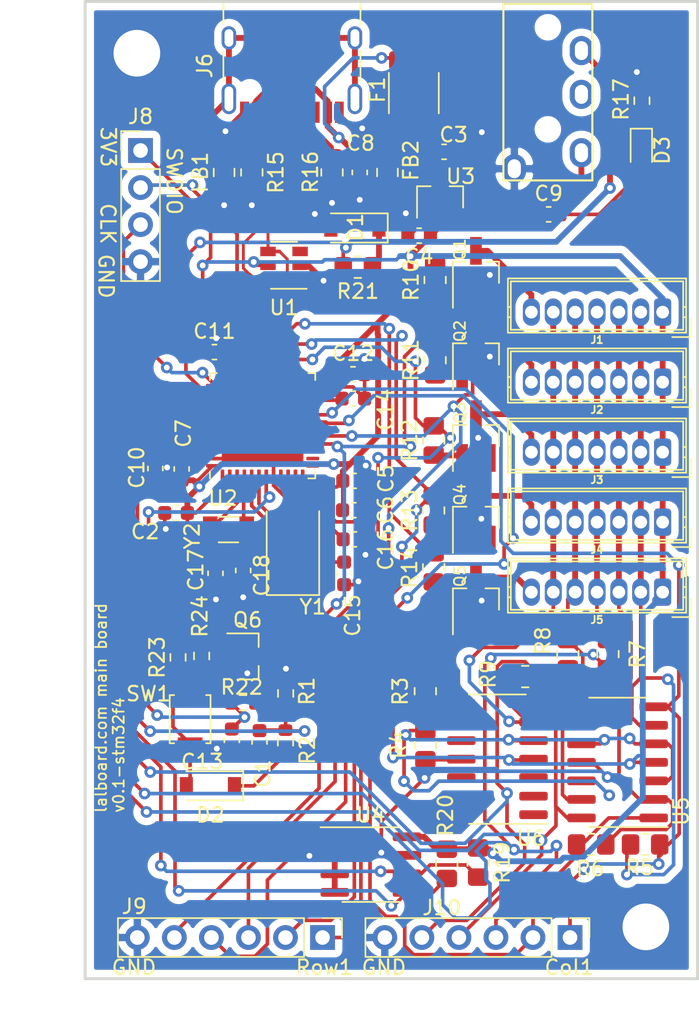
<source format=kicad_pcb>
(kicad_pcb (version 20171130) (host pcbnew "(5.1.9)-1")
  (layers (0 F.Cu signal hide) (31 B.Cu signal hide) (34 B.Paste user) (35 F.Paste user) (36 B.SilkS user) (37 F.SilkS user) (38 B.Mask user) (39 F.Mask user) (44 Edge.Cuts user))
  (net 0 "")
  (net 1 GND)
  (net 2 +3V3)
  (net 3 +5V)
  (net 4 "Net-(FB1-Pad1)")
  (net 5 "Net-(J1-Pad7)")
  (net 6 /COL5)
  (net 7 /COL4)
  (net 8 /COL3)
  (net 9 /COL2)
  (net 10 /COL1)
  (net 11 "Net-(J2-Pad7)")
  (net 12 "Net-(J3-Pad7)")
  (net 13 "Net-(J4-Pad7)")
  (net 14 "Net-(J5-Pad7)")
  (net 15 "Net-(Q1-Pad1)")
  (net 16 "Net-(Q2-Pad1)")
  (net 17 "Net-(Q3-Pad1)")
  (net 18 "Net-(Q4-Pad1)")
  (net 19 "Net-(Q5-Pad1)")
  (net 20 "Net-(J6-PadB5)")
  (net 21 "Net-(J6-PadA5)")
  (net 22 /D+)
  (net 23 /D-)
  (net 24 /U1TX)
  (net 25 "Net-(C8-Pad1)")
  (net 26 /ROW5)
  (net 27 /ROW4)
  (net 28 /ROW3)
  (net 29 /ROW2)
  (net 30 /ROW1)
  (net 31 /AMP_REF)
  (net 32 /COL1_AMP)
  (net 33 /COL2_AMP)
  (net 34 /COL3_AMP)
  (net 35 /COL4_AMP)
  (net 36 /COL5_AMP)
  (net 37 /stm32f411/BOOT0)
  (net 38 /stm32f411/NRST)
  (net 39 /stm32f411/VCAP1)
  (net 40 "Net-(C15-Pad1)")
  (net 41 "Net-(C16-Pad1)")
  (net 42 "Net-(C17-Pad1)")
  (net 43 "Net-(C18-Pad1)")
  (net 44 "Net-(D2-Pad2)")
  (net 45 "Net-(D2-Pad1)")
  (net 46 "Net-(F1-Pad1)")
  (net 47 "Net-(Q6-Pad3)")
  (net 48 "Net-(Q6-Pad1)")
  (net 49 /SCL)
  (net 50 /SDA)
  (net 51 /SWCLK)
  (net 52 /SWDIO)
  (net 53 "Net-(D3-Pad1)")
  (module Package_SO:SOIC-14_3.9x8.7mm_P1.27mm (layer F.Cu) (at 178.27 84.95 180)
    (fp_text reference U6 (at -2.32 -5.42) (layer F.SilkS))
    (fp_text value LMV324)
    (pad 14 smd roundrect (at 2.475 -3.81 180) (size 1.95 0.6) (layers F.Cu F.Paste F.Mask))
    (pad 13 smd roundrect (at 2.475 -2.54 180) (size 1.95 0.6) (layers F.Cu F.Paste F.Mask))
    (pad 12 smd roundrect (at 2.475 -1.27 180) (size 1.95 0.6) (layers F.Cu F.Paste F.Mask))
    (pad 11 smd roundrect (at 2.475 0 180) (size 1.95 0.6) (layers F.Cu F.Paste F.Mask) (net 1 GND))
    (pad 10 smd roundrect (at 2.475 1.27 180) (size 1.95 0.6) (layers F.Cu F.Paste F.Mask))
    (pad 9 smd roundrect (at 2.475 2.54 180) (size 1.95 0.6) (layers F.Cu F.Paste F.Mask))
    (pad 8 smd roundrect (at 2.475 3.81 180) (size 1.95 0.6) (layers F.Cu F.Paste F.Mask))
    (pad 7 smd roundrect (at -2.475 3.81 180) (size 1.95 0.6) (layers F.Cu F.Paste F.Mask) (net 36 /COL5_AMP))
    (pad 6 smd roundrect (at -2.475 2.54 180) (size 1.95 0.6) (layers F.Cu F.Paste F.Mask) (net 6 /COL5))
    (pad 5 smd roundrect (at -2.475 1.27 180) (size 1.95 0.6) (layers F.Cu F.Paste F.Mask) (net 31 /AMP_REF))
    (pad 4 smd roundrect (at -2.475 0 180) (size 1.95 0.6) (layers F.Cu F.Paste F.Mask) (net 2 +3V3))
    (pad 3 smd roundrect (at -2.475 -1.27 180) (size 1.95 0.6) (layers F.Cu F.Paste F.Mask))
    (pad 2 smd roundrect (at -2.475 -2.54 180) (size 1.95 0.6) (layers F.Cu F.Paste F.Mask))
    (pad 1 smd roundrect (at -2.475 -3.81 180) (size 1.95 0.6) (layers F.Cu F.Paste F.Mask))
  )
  (module Package_SO:SOIC-14_3.9x8.7mm_P1.27mm (layer F.Cu) (at 186.51 85.17 180)
    (fp_text reference U5 (at -4.35 -3.35 90) (layer F.SilkS))
    (fp_text value LMV324)
    (pad 14 smd roundrect (at 2.475 -3.81 180) (size 1.95 0.6) (layers F.Cu F.Paste F.Mask) (net 35 /COL4_AMP))
    (pad 13 smd roundrect (at 2.475 -2.54 180) (size 1.95 0.6) (layers F.Cu F.Paste F.Mask) (net 7 /COL4))
    (pad 12 smd roundrect (at 2.475 -1.27 180) (size 1.95 0.6) (layers F.Cu F.Paste F.Mask) (net 31 /AMP_REF))
    (pad 11 smd roundrect (at 2.475 0 180) (size 1.95 0.6) (layers F.Cu F.Paste F.Mask) (net 1 GND))
    (pad 10 smd roundrect (at 2.475 1.27 180) (size 1.95 0.6) (layers F.Cu F.Paste F.Mask) (net 31 /AMP_REF))
    (pad 9 smd roundrect (at 2.475 2.54 180) (size 1.95 0.6) (layers F.Cu F.Paste F.Mask) (net 8 /COL3))
    (pad 8 smd roundrect (at 2.475 3.81 180) (size 1.95 0.6) (layers F.Cu F.Paste F.Mask) (net 34 /COL3_AMP))
    (pad 7 smd roundrect (at -2.475 3.81 180) (size 1.95 0.6) (layers F.Cu F.Paste F.Mask) (net 32 /COL1_AMP))
    (pad 6 smd roundrect (at -2.475 2.54 180) (size 1.95 0.6) (layers F.Cu F.Paste F.Mask) (net 10 /COL1))
    (pad 5 smd roundrect (at -2.475 1.27 180) (size 1.95 0.6) (layers F.Cu F.Paste F.Mask) (net 31 /AMP_REF))
    (pad 4 smd roundrect (at -2.475 0 180) (size 1.95 0.6) (layers F.Cu F.Paste F.Mask) (net 2 +3V3))
    (pad 3 smd roundrect (at -2.475 -1.27 180) (size 1.95 0.6) (layers F.Cu F.Paste F.Mask) (net 31 /AMP_REF))
    (pad 2 smd roundrect (at -2.475 -2.54 180) (size 1.95 0.6) (layers F.Cu F.Paste F.Mask) (net 9 /COL2))
    (pad 1 smd roundrect (at -2.475 -3.81 180) (size 1.95 0.6) (layers F.Cu F.Paste F.Mask) (net 33 /COL2_AMP))
  )
  (module Resistor_SMD:R_0603_1608Metric (layer F.Cu) (at 188.18 39.805 270)
    (fp_text reference R17 (at -0.085 1.43 90) (layer F.SilkS))
    (fp_text value 470)
    (pad 2 smd roundrect (at 0.825 0 270) (size 0.8 0.95) (layers F.Cu F.Paste F.Mask) (net 53 "Net-(D3-Pad1)"))
    (pad 1 smd roundrect (at -0.825 0 270) (size 0.8 0.95) (layers F.Cu F.Paste F.Mask) (net 1 GND))
  )
  (module LED_SMD:LED_0603_1608Metric (layer F.Cu) (at 188.14 43.2075 270)
    (fp_text reference D3 (at 0 -1.43 90) (layer F.SilkS))
    (fp_text value LED)
    (pad 2 smd roundrect (at 0.7875 0 270) (size 0.875 0.95) (layers F.Cu F.Paste F.Mask) (net 3 +5V))
    (pad 1 smd roundrect (at -0.7875 0 270) (size 0.875 0.95) (layers F.Cu F.Paste F.Mask) (net 53 "Net-(D3-Pad1)"))
  )
  (module Connector_PinHeader_2.54mm:PinHeader_1x06_P2.54mm_Vertical (layer F.Cu) (at 183.25 97.18 270)
    (fp_text reference J10 (at -2.05 8.79) (layer F.SilkS))
    (fp_text value Conn_01x06)
    (pad 6 thru_hole oval (at 0 12.7 270) (size 1.7 1.7) (drill 1) (layers *.Cu *.Mask) (net 1 GND))
    (pad 5 thru_hole oval (at 0 10.16 270) (size 1.7 1.7) (drill 1) (layers *.Cu *.Mask) (net 36 /COL5_AMP))
    (pad 4 thru_hole oval (at 0 7.62 270) (size 1.7 1.7) (drill 1) (layers *.Cu *.Mask) (net 35 /COL4_AMP))
    (pad 3 thru_hole oval (at 0 5.08 270) (size 1.7 1.7) (drill 1) (layers *.Cu *.Mask) (net 34 /COL3_AMP))
    (pad 2 thru_hole oval (at 0 2.54 270) (size 1.7 1.7) (drill 1) (layers *.Cu *.Mask) (net 33 /COL2_AMP))
    (pad 1 thru_hole rect (at 0 0 270) (size 1.7 1.7) (drill 1) (layers *.Cu *.Mask) (net 32 /COL1_AMP))
  )
  (module Connector_PinHeader_2.54mm:PinHeader_1x06_P2.54mm_Vertical (layer F.Cu) (at 166.28 97.18 270)
    (fp_text reference J9 (at -2.13 12.91) (layer F.SilkS))
    (fp_text value Conn_01x06)
    (pad 6 thru_hole oval (at 0 12.7 270) (size 1.7 1.7) (drill 1) (layers *.Cu *.Mask) (net 1 GND))
    (pad 5 thru_hole oval (at 0 10.16 270) (size 1.7 1.7) (drill 1) (layers *.Cu *.Mask) (net 26 /ROW5))
    (pad 4 thru_hole oval (at 0 7.62 270) (size 1.7 1.7) (drill 1) (layers *.Cu *.Mask) (net 27 /ROW4))
    (pad 3 thru_hole oval (at 0 5.08 270) (size 1.7 1.7) (drill 1) (layers *.Cu *.Mask) (net 28 /ROW3))
    (pad 2 thru_hole oval (at 0 2.54 270) (size 1.7 1.7) (drill 1) (layers *.Cu *.Mask) (net 29 /ROW2))
    (pad 1 thru_hole rect (at 0 0 270) (size 1.7 1.7) (drill 1) (layers *.Cu *.Mask) (net 30 /ROW1))
  )
  (module Connector_PinHeader_2.54mm:PinHeader_1x04_P2.54mm_Vertical (layer F.Cu) (at 153.8 43.22)
    (fp_text reference J8 (at 0 -2.33) (layer F.SilkS))
    (fp_text value Conn_01x04)
    (pad 4 thru_hole oval (at 0 7.62) (size 1.7 1.7) (drill 1) (layers *.Cu *.Mask) (net 1 GND))
    (pad 3 thru_hole oval (at 0 5.08) (size 1.7 1.7) (drill 1) (layers *.Cu *.Mask) (net 51 /SWCLK))
    (pad 2 thru_hole oval (at 0 2.54) (size 1.7 1.7) (drill 1) (layers *.Cu *.Mask) (net 52 /SWDIO))
    (pad 1 thru_hole rect (at 0 0) (size 1.7 1.7) (drill 1) (layers *.Cu *.Mask) (net 2 +3V3))
  )
  (module hy-keebs:TRRS-PJ-320Atrrs (layer F.Cu) (at 181.73 33.17)
    (fp_text reference J7)
    (fp_text value AudioJack4)
    (pad S thru_hole oval (at -2.3 11.3) (size 1.6 2) (drill oval 0.9 1.3) (layers *.Cu *.Mask) (net 1 GND))
    (pad T thru_hole oval (at 2.3 10.2) (size 1.6 2) (drill oval 0.9 1.3) (layers *.Cu *.Mask) (net 3 +5V))
    (pad R2 thru_hole oval (at 2.3 3.2) (size 1.6 2) (drill oval 0.9 1.3) (layers *.Cu *.Mask) (net 24 /U1TX))
    (pad "" np_thru_hole circle (at 0 8.6) (size 0.8 0.8) (drill 0.8) (layers *.Cu *.Mask))
    (pad "" np_thru_hole circle (at 0 1.6) (size 0.8 0.8) (drill 0.8) (layers *.Cu *.Mask))
    (pad R1 thru_hole oval (at 2.3 6.2) (size 1.6 2) (drill oval 0.9 1.3) (layers *.Cu *.Mask))
  )
  (module Capacitor_SMD:C_0603_1608Metric (layer F.Cu) (at 181.785 47.6)
    (fp_text reference C9 (at 0 -1.43) (layer F.SilkS))
    (fp_text value 0.1uF)
    (pad 2 smd roundrect (at 0.775 0) (size 0.9 0.95) (layers F.Cu F.Paste F.Mask) (net 3 +5V))
    (pad 1 smd roundrect (at -0.775 0) (size 0.9 0.95) (layers F.Cu F.Paste F.Mask) (net 1 GND))
  )
  (module Crystal:Crystal_SMD_5032-2Pin_5.0x3.2mm (layer F.Cu) (at 164.25 70.65 90)
    (fp_text reference Y1 (at -3.86 1.36) (layer F.SilkS))
    (fp_text value 8MHz)
    (pad 2 smd rect (at 1.85 0 90) (size 2 2.4) (layers F.Cu F.Paste F.Mask) (net 41 "Net-(C16-Pad1)"))
    (pad 1 smd rect (at -1.85 0 90) (size 2 2.4) (layers F.Cu F.Paste F.Mask) (net 40 "Net-(C15-Pad1)"))
  )
  (module Resistor_SMD:R_0805_2012Metric_Pad1.20x1.40mm_HandSolder (layer F.Cu) (at 168.7 51.22 180)
    (fp_text reference R21 (at 0 -1.65) (layer F.SilkS))
    (fp_text value 10k)
    (pad 2 smd roundrect (at 1 0 180) (size 1.2 1.4) (layers F.Cu F.Paste F.Mask) (roundrect_rratio 0.208333) (net 24 /U1TX))
    (pad 1 smd roundrect (at -1 0 180) (size 1.2 1.4) (layers F.Cu F.Paste F.Mask) (roundrect_rratio 0.208333) (net 3 +5V))
  )
  (module Resistor_SMD:R_0805_2012Metric_Pad1.20x1.40mm_HandSolder (layer F.Cu) (at 166.93 44.725 270)
    (fp_text reference R16 (at -0.025 1.48 90) (layer F.SilkS))
    (fp_text value 5.1k)
    (pad 2 smd roundrect (at 1 0 270) (size 1.2 1.4) (layers F.Cu F.Paste F.Mask) (roundrect_rratio 0.208333) (net 1 GND))
    (pad 1 smd roundrect (at -1 0 270) (size 1.2 1.4) (layers F.Cu F.Paste F.Mask) (roundrect_rratio 0.208333) (net 21 "Net-(J6-PadA5)"))
  )
  (module Resistor_SMD:R_0805_2012Metric_Pad1.20x1.40mm_HandSolder (layer F.Cu) (at 161.43 44.725 270)
    (fp_text reference R15 (at 0 -1.65 90) (layer F.SilkS))
    (fp_text value 5.1k)
    (pad 2 smd roundrect (at 1 0 270) (size 1.2 1.4) (layers F.Cu F.Paste F.Mask) (roundrect_rratio 0.208333) (net 1 GND))
    (pad 1 smd roundrect (at -1 0 270) (size 1.2 1.4) (layers F.Cu F.Paste F.Mask) (roundrect_rratio 0.208333) (net 20 "Net-(J6-PadB5)"))
  )
  (module Resistor_SMD:R_0805_2012Metric_Pad1.20x1.40mm_HandSolder (layer F.Cu) (at 173.9 71.8 90)
    (fp_text reference R14 (at 0 -1.65 90) (layer F.SilkS))
    (fp_text value 1.5k)
    (pad 2 smd roundrect (at 1 0 90) (size 1.2 1.4) (layers F.Cu F.Paste F.Mask) (roundrect_rratio 0.208333) (net 30 /ROW1))
    (pad 1 smd roundrect (at -1 0 90) (size 1.2 1.4) (layers F.Cu F.Paste F.Mask) (roundrect_rratio 0.208333) (net 19 "Net-(Q5-Pad1)"))
  )
  (module Resistor_SMD:R_0805_2012Metric_Pad1.20x1.40mm_HandSolder (layer F.Cu) (at 173.9 67.9 90)
    (fp_text reference R13 (at 0 -1.65 90) (layer F.SilkS))
    (fp_text value 1.5k)
    (pad 2 smd roundrect (at 1 0 90) (size 1.2 1.4) (layers F.Cu F.Paste F.Mask) (roundrect_rratio 0.208333) (net 29 /ROW2))
    (pad 1 smd roundrect (at -1 0 90) (size 1.2 1.4) (layers F.Cu F.Paste F.Mask) (roundrect_rratio 0.208333) (net 18 "Net-(Q4-Pad1)"))
  )
  (module Resistor_SMD:R_0805_2012Metric_Pad1.20x1.40mm_HandSolder (layer F.Cu) (at 173.9 63.1 90)
    (fp_text reference R12 (at 0 -1.65 90) (layer F.SilkS))
    (fp_text value 1.5k)
    (pad 2 smd roundrect (at 1 0 90) (size 1.2 1.4) (layers F.Cu F.Paste F.Mask) (roundrect_rratio 0.208333) (net 28 /ROW3))
    (pad 1 smd roundrect (at -1 0 90) (size 1.2 1.4) (layers F.Cu F.Paste F.Mask) (roundrect_rratio 0.208333) (net 17 "Net-(Q3-Pad1)"))
  )
  (module Resistor_SMD:R_0805_2012Metric_Pad1.20x1.40mm_HandSolder (layer F.Cu) (at 174 57.6 90)
    (fp_text reference R11 (at 0 -1.65 90) (layer F.SilkS))
    (fp_text value 1.5k)
    (pad 2 smd roundrect (at 1 0 90) (size 1.2 1.4) (layers F.Cu F.Paste F.Mask) (roundrect_rratio 0.208333) (net 27 /ROW4))
    (pad 1 smd roundrect (at -1 0 90) (size 1.2 1.4) (layers F.Cu F.Paste F.Mask) (roundrect_rratio 0.208333) (net 16 "Net-(Q2-Pad1)"))
  )
  (module Resistor_SMD:R_0805_2012Metric_Pad1.20x1.40mm_HandSolder (layer F.Cu) (at 174 52.1 90)
    (fp_text reference R10 (at 0 -1.65 90) (layer F.SilkS))
    (fp_text value 1.5k)
    (pad 2 smd roundrect (at 1 0 90) (size 1.2 1.4) (layers F.Cu F.Paste F.Mask) (roundrect_rratio 0.208333) (net 26 /ROW5))
    (pad 1 smd roundrect (at -1 0 90) (size 1.2 1.4) (layers F.Cu F.Paste F.Mask) (roundrect_rratio 0.208333) (net 15 "Net-(Q1-Pad1)"))
  )
  (module Resistor_SMD:R_0805_2012Metric_Pad1.20x1.40mm_HandSolder (layer F.Cu) (at 180.18 79.29 180)
    (fp_text reference R9 (at 2.55 0.16 90) (layer F.SilkS))
    (fp_text value 2k)
    (pad 2 smd roundrect (at 1 0 180) (size 1.2 1.4) (layers F.Cu F.Paste F.Mask) (roundrect_rratio 0.208333) (net 6 /COL5))
    (pad 1 smd roundrect (at -1 0 180) (size 1.2 1.4) (layers F.Cu F.Paste F.Mask) (roundrect_rratio 0.208333) (net 36 /COL5_AMP))
  )
  (module Resistor_SMD:R_0805_2012Metric_Pad1.20x1.40mm_HandSolder (layer F.Cu) (at 183.1 77.75 90)
    (fp_text reference R8 (at 0.91 -1.71 90) (layer F.SilkS))
    (fp_text value 2k)
    (pad 2 smd roundrect (at 1 0 90) (size 1.2 1.4) (layers F.Cu F.Paste F.Mask) (roundrect_rratio 0.208333) (net 7 /COL4))
    (pad 1 smd roundrect (at -1 0 90) (size 1.2 1.4) (layers F.Cu F.Paste F.Mask) (roundrect_rratio 0.208333) (net 35 /COL4_AMP))
  )
  (module Resistor_SMD:R_0805_2012Metric_Pad1.20x1.40mm_HandSolder (layer F.Cu) (at 185.85 77.75 90)
    (fp_text reference R7 (at -0.01 2.02 90) (layer F.SilkS))
    (fp_text value 2k)
    (pad 2 smd roundrect (at 1 0 90) (size 1.2 1.4) (layers F.Cu F.Paste F.Mask) (roundrect_rratio 0.208333) (net 8 /COL3))
    (pad 1 smd roundrect (at -1 0 90) (size 1.2 1.4) (layers F.Cu F.Paste F.Mask) (roundrect_rratio 0.208333) (net 34 /COL3_AMP))
  )
  (module Resistor_SMD:R_0805_2012Metric_Pad1.20x1.40mm_HandSolder (layer F.Cu) (at 184.7 90.8)
    (fp_text reference R6 (at -0.06 1.65) (layer F.SilkS))
    (fp_text value 2k)
    (pad 2 smd roundrect (at 1 0) (size 1.2 1.4) (layers F.Cu F.Paste F.Mask) (roundrect_rratio 0.208333) (net 9 /COL2))
    (pad 1 smd roundrect (at -1 0) (size 1.2 1.4) (layers F.Cu F.Paste F.Mask) (roundrect_rratio 0.208333) (net 33 /COL2_AMP))
  )
  (module Resistor_SMD:R_0805_2012Metric_Pad1.20x1.40mm_HandSolder (layer F.Cu) (at 188.4 90.8 180)
    (fp_text reference R5 (at 0.37 -1.58) (layer F.SilkS))
    (fp_text value 2k)
    (pad 2 smd roundrect (at 1 0 180) (size 1.2 1.4) (layers F.Cu F.Paste F.Mask) (roundrect_rratio 0.208333) (net 10 /COL1))
    (pad 1 smd roundrect (at -1 0 180) (size 1.2 1.4) (layers F.Cu F.Paste F.Mask) (roundrect_rratio 0.208333) (net 32 /COL1_AMP))
  )
  (module Resistor_SMD:R_0805_2012Metric_Pad1.20x1.40mm_HandSolder (layer F.Cu) (at 173.33 83.99 270)
    (fp_text reference R4 (at -0.02 1.85 90) (layer F.SilkS))
    (fp_text value 390k)
    (pad 2 smd roundrect (at 1 0 270) (size 1.2 1.4) (layers F.Cu F.Paste F.Mask) (roundrect_rratio 0.208333) (net 1 GND))
    (pad 1 smd roundrect (at -1 0 270) (size 1.2 1.4) (layers F.Cu F.Paste F.Mask) (roundrect_rratio 0.208333) (net 31 /AMP_REF))
  )
  (module Resistor_SMD:R_0805_2012Metric_Pad1.20x1.40mm_HandSolder (layer F.Cu) (at 173.33 80.29 270)
    (fp_text reference R3 (at 0.01 1.72 90) (layer F.SilkS))
    (fp_text value 100k)
    (pad 2 smd roundrect (at 1 0 270) (size 1.2 1.4) (layers F.Cu F.Paste F.Mask) (roundrect_rratio 0.208333) (net 31 /AMP_REF))
    (pad 1 smd roundrect (at -1 0 270) (size 1.2 1.4) (layers F.Cu F.Paste F.Mask) (roundrect_rratio 0.208333) (net 2 +3V3))
  )
  (module Crystal:Crystal_SMD_3215-2Pin_3.2x1.5mm (layer F.Cu) (at 159.83 69.21 180)
    (fp_text reference Y2 (at 2.49 -0.44 270) (layer F.SilkS))
    (fp_text value 32.768KHz)
    (pad 2 smd rect (at -1.25 0 180) (size 1 1.8) (layers F.Cu F.Paste F.Mask) (net 43 "Net-(C18-Pad1)"))
    (pad 1 smd rect (at 1.25 0 180) (size 1 1.8) (layers F.Cu F.Paste F.Mask) (net 42 "Net-(C17-Pad1)"))
  )
  (module Package_SO:SOIC-8_3.9x4.9mm_P1.27mm (layer F.Cu) (at 169.59 92.18)
    (fp_text reference U4 (at 0 -3.4) (layer F.SilkS))
    (fp_text value CAT24C256)
    (pad 8 smd roundrect (at 2.475 -1.905) (size 1.95 0.6) (layers F.Cu F.Paste F.Mask) (net 2 +3V3))
    (pad 7 smd roundrect (at 2.475 -0.635) (size 1.95 0.6) (layers F.Cu F.Paste F.Mask) (net 1 GND))
    (pad 6 smd roundrect (at 2.475 0.635) (size 1.95 0.6) (layers F.Cu F.Paste F.Mask) (net 49 /SCL))
    (pad 5 smd roundrect (at 2.475 1.905) (size 1.95 0.6) (layers F.Cu F.Paste F.Mask) (net 50 /SDA))
    (pad 4 smd roundrect (at -2.475 1.905) (size 1.95 0.6) (layers F.Cu F.Paste F.Mask) (net 1 GND))
    (pad 3 smd roundrect (at -2.475 0.635) (size 1.95 0.6) (layers F.Cu F.Paste F.Mask) (net 1 GND))
    (pad 2 smd roundrect (at -2.475 -0.635) (size 1.95 0.6) (layers F.Cu F.Paste F.Mask) (net 1 GND))
    (pad 1 smd roundrect (at -2.475 -1.905) (size 1.95 0.6) (layers F.Cu F.Paste F.Mask) (net 1 GND))
  )
  (module Package_TO_SOT_SMD:SOT-23 (layer F.Cu) (at 174.34 46.43 90)
    (fp_text reference U3 (at 1.44 1.41 180) (layer F.SilkS))
    (fp_text value XC6206PxxxMR)
    (pad 3 smd rect (at 1 0 90) (size 0.9 0.8) (layers F.Cu F.Paste F.Mask) (net 3 +5V))
    (pad 2 smd rect (at -1 0.95 90) (size 0.9 0.8) (layers F.Cu F.Paste F.Mask) (net 2 +3V3))
    (pad 1 smd rect (at -1 -0.95 90) (size 0.9 0.8) (layers F.Cu F.Paste F.Mask) (net 1 GND))
  )
  (module Package_DFN_QFN:QFN-48-1EP_7x7mm_P0.5mm_EP5.6x5.6mm (layer F.Cu) (at 162.17 62.09 90)
    (fp_text reference U2 (at -4.97 -2.72 180) (layer F.SilkS))
    (fp_text value STM32F411CCUx)
    (pad 49 smd rect (at 0 0 90) (size 5.6 5.6) (layers F.Cu F.Mask) (net 1 GND))
    (pad 48 smd roundrect (at -2.75 -3.4375 90) (size 0.25 0.875) (layers F.Cu F.Paste F.Mask) (net 2 +3V3))
    (pad 47 smd roundrect (at -2.25 -3.4375 90) (size 0.25 0.875) (layers F.Cu F.Paste F.Mask) (net 1 GND))
    (pad 46 smd roundrect (at -1.75 -3.4375 90) (size 0.25 0.875) (layers F.Cu F.Paste F.Mask))
    (pad 45 smd roundrect (at -1.25 -3.4375 90) (size 0.25 0.875) (layers F.Cu F.Paste F.Mask))
    (pad 44 smd roundrect (at -0.75 -3.4375 90) (size 0.25 0.875) (layers F.Cu F.Paste F.Mask) (net 37 /stm32f411/BOOT0))
    (pad 43 smd roundrect (at -0.25 -3.4375 90) (size 0.25 0.875) (layers F.Cu F.Paste F.Mask) (net 50 /SDA))
    (pad 42 smd roundrect (at 0.25 -3.4375 90) (size 0.25 0.875) (layers F.Cu F.Paste F.Mask) (net 49 /SCL))
    (pad 41 smd roundrect (at 0.75 -3.4375 90) (size 0.25 0.875) (layers F.Cu F.Paste F.Mask) (net 36 /COL5_AMP))
    (pad 40 smd roundrect (at 1.25 -3.4375 90) (size 0.25 0.875) (layers F.Cu F.Paste F.Mask) (net 35 /COL4_AMP))
    (pad 39 smd roundrect (at 1.75 -3.4375 90) (size 0.25 0.875) (layers F.Cu F.Paste F.Mask) (net 34 /COL3_AMP))
    (pad 38 smd roundrect (at 2.25 -3.4375 90) (size 0.25 0.875) (layers F.Cu F.Paste F.Mask) (net 24 /U1TX))
    (pad 37 smd roundrect (at 2.75 -3.4375 90) (size 0.25 0.875) (layers F.Cu F.Paste F.Mask) (net 51 /SWCLK))
    (pad 36 smd roundrect (at 3.4375 -2.75 90) (size 0.875 0.25) (layers F.Cu F.Paste F.Mask) (net 2 +3V3))
    (pad 35 smd roundrect (at 3.4375 -2.25 90) (size 0.875 0.25) (layers F.Cu F.Paste F.Mask) (net 1 GND))
    (pad 34 smd roundrect (at 3.4375 -1.75 90) (size 0.875 0.25) (layers F.Cu F.Paste F.Mask) (net 52 /SWDIO))
    (pad 33 smd roundrect (at 3.4375 -1.25 90) (size 0.875 0.25) (layers F.Cu F.Paste F.Mask) (net 22 /D+))
    (pad 32 smd roundrect (at 3.4375 -0.75 90) (size 0.875 0.25) (layers F.Cu F.Paste F.Mask) (net 23 /D-))
    (pad 31 smd roundrect (at 3.4375 -0.25 90) (size 0.875 0.25) (layers F.Cu F.Paste F.Mask) (net 30 /ROW1))
    (pad 30 smd roundrect (at 3.4375 0.25 90) (size 0.875 0.25) (layers F.Cu F.Paste F.Mask) (net 29 /ROW2))
    (pad 29 smd roundrect (at 3.4375 0.75 90) (size 0.875 0.25) (layers F.Cu F.Paste F.Mask) (net 28 /ROW3))
    (pad 28 smd roundrect (at 3.4375 1.25 90) (size 0.875 0.25) (layers F.Cu F.Paste F.Mask))
    (pad 27 smd roundrect (at 3.4375 1.75 90) (size 0.875 0.25) (layers F.Cu F.Paste F.Mask))
    (pad 26 smd roundrect (at 3.4375 2.25 90) (size 0.875 0.25) (layers F.Cu F.Paste F.Mask))
    (pad 25 smd roundrect (at 3.4375 2.75 90) (size 0.875 0.25) (layers F.Cu F.Paste F.Mask))
    (pad 24 smd roundrect (at 2.75 3.4375 90) (size 0.25 0.875) (layers F.Cu F.Paste F.Mask) (net 2 +3V3))
    (pad 23 smd roundrect (at 2.25 3.4375 90) (size 0.25 0.875) (layers F.Cu F.Paste F.Mask) (net 1 GND))
    (pad 22 smd roundrect (at 1.75 3.4375 90) (size 0.25 0.875) (layers F.Cu F.Paste F.Mask) (net 39 /stm32f411/VCAP1))
    (pad 21 smd roundrect (at 1.25 3.4375 90) (size 0.25 0.875) (layers F.Cu F.Paste F.Mask))
    (pad 20 smd roundrect (at 0.75 3.4375 90) (size 0.25 0.875) (layers F.Cu F.Paste F.Mask) (net 33 /COL2_AMP))
    (pad 19 smd roundrect (at 0.25 3.4375 90) (size 0.25 0.875) (layers F.Cu F.Paste F.Mask) (net 32 /COL1_AMP))
    (pad 18 smd roundrect (at -0.25 3.4375 90) (size 0.25 0.875) (layers F.Cu F.Paste F.Mask))
    (pad 17 smd roundrect (at -0.75 3.4375 90) (size 0.25 0.875) (layers F.Cu F.Paste F.Mask) (net 27 /ROW4))
    (pad 16 smd roundrect (at -1.25 3.4375 90) (size 0.25 0.875) (layers F.Cu F.Paste F.Mask) (net 26 /ROW5))
    (pad 15 smd roundrect (at -1.75 3.4375 90) (size 0.25 0.875) (layers F.Cu F.Paste F.Mask))
    (pad 14 smd roundrect (at -2.25 3.4375 90) (size 0.25 0.875) (layers F.Cu F.Paste F.Mask))
    (pad 13 smd roundrect (at -2.75 3.4375 90) (size 0.25 0.875) (layers F.Cu F.Paste F.Mask))
    (pad 12 smd roundrect (at -3.4375 2.75 90) (size 0.875 0.25) (layers F.Cu F.Paste F.Mask))
    (pad 11 smd roundrect (at -3.4375 2.25 90) (size 0.875 0.25) (layers F.Cu F.Paste F.Mask))
    (pad 10 smd roundrect (at -3.4375 1.75 90) (size 0.875 0.25) (layers F.Cu F.Paste F.Mask))
    (pad 9 smd roundrect (at -3.4375 1.25 90) (size 0.875 0.25) (layers F.Cu F.Paste F.Mask) (net 2 +3V3))
    (pad 8 smd roundrect (at -3.4375 0.75 90) (size 0.875 0.25) (layers F.Cu F.Paste F.Mask) (net 1 GND))
    (pad 7 smd roundrect (at -3.4375 0.25 90) (size 0.875 0.25) (layers F.Cu F.Paste F.Mask) (net 38 /stm32f411/NRST))
    (pad 6 smd roundrect (at -3.4375 -0.25 90) (size 0.875 0.25) (layers F.Cu F.Paste F.Mask) (net 41 "Net-(C16-Pad1)"))
    (pad 5 smd roundrect (at -3.4375 -0.75 90) (size 0.875 0.25) (layers F.Cu F.Paste F.Mask) (net 40 "Net-(C15-Pad1)"))
    (pad 4 smd roundrect (at -3.4375 -1.25 90) (size 0.875 0.25) (layers F.Cu F.Paste F.Mask) (net 43 "Net-(C18-Pad1)"))
    (pad 3 smd roundrect (at -3.4375 -1.75 90) (size 0.875 0.25) (layers F.Cu F.Paste F.Mask) (net 42 "Net-(C17-Pad1)"))
    (pad 2 smd roundrect (at -3.4375 -2.25 90) (size 0.875 0.25) (layers F.Cu F.Paste F.Mask))
    (pad 1 smd roundrect (at -3.4375 -2.75 90) (size 0.875 0.25) (layers F.Cu F.Paste F.Mask) (net 2 +3V3))
  )
  (module Package_TO_SOT_SMD:SOT-23-6 (layer F.Cu) (at 163.64 51.09 180)
    (fp_text reference U1 (at 0 -2.9) (layer F.SilkS))
    (fp_text value SRV05-4)
    (pad 5 smd rect (at 1.1 0 180) (size 1.06 0.65) (layers F.Cu F.Paste F.Mask) (net 2 +3V3))
    (pad 6 smd rect (at 1.1 -0.95 180) (size 1.06 0.65) (layers F.Cu F.Paste F.Mask) (net 22 /D+))
    (pad 4 smd rect (at 1.1 0.95 180) (size 1.06 0.65) (layers F.Cu F.Paste F.Mask) (net 23 /D-))
    (pad 3 smd rect (at -1.1 0.95 180) (size 1.06 0.65) (layers F.Cu F.Paste F.Mask))
    (pad 2 smd rect (at -1.1 0 180) (size 1.06 0.65) (layers F.Cu F.Paste F.Mask) (net 1 GND))
    (pad 1 smd rect (at -1.1 -0.95 180) (size 1.06 0.65) (layers F.Cu F.Paste F.Mask) (net 24 /U1TX))
  )
  (module Button_Switch_SMD:SW_SPST_B3U-1000P (layer F.Cu) (at 157.2 82.21 270)
    (fp_text reference SW1 (at -1.74 2.86 180) (layer F.SilkS))
    (fp_text value SW_Push)
    (pad 2 smd rect (at 1.7 0 270) (size 0.9 1.7) (layers F.Cu F.Paste F.Mask) (net 44 "Net-(D2-Pad2)"))
    (pad 1 smd rect (at -1.7 0 270) (size 0.9 1.7) (layers F.Cu F.Paste F.Mask) (net 2 +3V3))
  )
  (module Resistor_SMD:R_0603_1608Metric (layer F.Cu) (at 157.99 77.875 270)
    (fp_text reference R24 (at -2.715 0.12 270) (layer F.SilkS))
    (fp_text value 47k)
    (pad 2 smd roundrect (at 0.825 0 270) (size 0.8 0.95) (layers F.Cu F.Paste F.Mask) (net 1 GND))
    (pad 1 smd roundrect (at -0.825 0 270) (size 0.8 0.95) (layers F.Cu F.Paste F.Mask) (net 48 "Net-(Q6-Pad1)"))
  )
  (module Resistor_SMD:R_0603_1608Metric (layer F.Cu) (at 156.37 77.975 90)
    (fp_text reference R23 (at 0 -1.43 90) (layer F.SilkS))
    (fp_text value 2.2k)
    (pad 2 smd roundrect (at 0.825 0 90) (size 0.8 0.95) (layers F.Cu F.Paste F.Mask) (net 48 "Net-(Q6-Pad1)"))
    (pad 1 smd roundrect (at -0.825 0 90) (size 0.8 0.95) (layers F.Cu F.Paste F.Mask) (net 44 "Net-(D2-Pad2)"))
  )
  (module Resistor_SMD:R_0603_1608Metric (layer F.Cu) (at 160.825 81.08)
    (fp_text reference R22 (at -0.085 -1.07 180) (layer F.SilkS))
    (fp_text value 100)
    (pad 2 smd roundrect (at 0.825 0) (size 0.8 0.95) (layers F.Cu F.Paste F.Mask) (net 47 "Net-(Q6-Pad3)"))
    (pad 1 smd roundrect (at -0.825 0) (size 0.8 0.95) (layers F.Cu F.Paste F.Mask) (net 38 /stm32f411/NRST))
  )
  (module Resistor_SMD:R_0805_2012Metric_Pad1.20x1.40mm_HandSolder (layer F.Cu) (at 174.8 92.13 270)
    (fp_text reference R20 (at -3.33 0.09 90) (layer F.SilkS))
    (fp_text value 4.7k)
    (pad 2 smd roundrect (at 1 0 270) (size 1.2 1.4) (layers F.Cu F.Paste F.Mask) (roundrect_rratio 0.208333) (net 50 /SDA))
    (pad 1 smd roundrect (at -1 0 270) (size 1.2 1.4) (layers F.Cu F.Paste F.Mask) (roundrect_rratio 0.208333) (net 2 +3V3))
  )
  (module Resistor_SMD:R_0805_2012Metric_Pad1.20x1.40mm_HandSolder (layer F.Cu) (at 176.95 92.04 270)
    (fp_text reference R19 (at 0 -1.65 90) (layer F.SilkS))
    (fp_text value 4.7k)
    (pad 2 smd roundrect (at 1 0 270) (size 1.2 1.4) (layers F.Cu F.Paste F.Mask) (roundrect_rratio 0.208333) (net 49 /SCL))
    (pad 1 smd roundrect (at -1 0 270) (size 1.2 1.4) (layers F.Cu F.Paste F.Mask) (roundrect_rratio 0.208333) (net 2 +3V3))
  )
  (module Resistor_SMD:R_0603_1608Metric (layer F.Cu) (at 163.74 83.785 270)
    (fp_text reference R2 (at 0.565 -1.5 90) (layer F.SilkS))
    (fp_text value 330k)
    (pad 2 smd roundrect (at 0.825 0 270) (size 0.8 0.95) (layers F.Cu F.Paste F.Mask) (net 45 "Net-(D2-Pad1)"))
    (pad 1 smd roundrect (at -0.825 0 270) (size 0.8 0.95) (layers F.Cu F.Paste F.Mask) (net 37 /stm32f411/BOOT0))
  )
  (module Resistor_SMD:R_0603_1608Metric (layer F.Cu) (at 163.75 80.445 90)
    (fp_text reference R1 (at 0.155 1.46 90) (layer F.SilkS))
    (fp_text value 1M)
    (pad 2 smd roundrect (at 0.825 0 90) (size 0.8 0.95) (layers F.Cu F.Paste F.Mask) (net 1 GND))
    (pad 1 smd roundrect (at -0.825 0 90) (size 0.8 0.95) (layers F.Cu F.Paste F.Mask) (net 37 /stm32f411/BOOT0))
  )
  (module Package_TO_SOT_SMD:SOT-23 (layer F.Cu) (at 161.14 77.91)
    (fp_text reference Q6 (at 0 -2.5) (layer F.SilkS))
    (fp_text value MMBT3904)
    (pad 3 smd rect (at 1 0) (size 0.9 0.8) (layers F.Cu F.Paste F.Mask) (net 47 "Net-(Q6-Pad3)"))
    (pad 2 smd rect (at -1 0.95) (size 0.9 0.8) (layers F.Cu F.Paste F.Mask) (net 1 GND))
    (pad 1 smd rect (at -1 -0.95) (size 0.9 0.8) (layers F.Cu F.Paste F.Mask) (net 48 "Net-(Q6-Pad1)"))
  )
  (module Fuse:Fuse_1812_4532Metric_Pad1.30x3.40mm_HandSolder (layer F.Cu) (at 172.54 39.285 90)
    (fp_text reference F1 (at 0.225 -2.5 90) (layer F.SilkS))
    (fp_text value JK-MSMD050)
    (pad 2 smd roundrect (at 2.225 0 90) (size 1.3 3.4) (layers F.Cu F.Paste F.Mask) (roundrect_rratio 0.192308) (net 25 "Net-(C8-Pad1)"))
    (pad 1 smd roundrect (at -2.225 0 90) (size 1.3 3.4) (layers F.Cu F.Paste F.Mask) (roundrect_rratio 0.192308) (net 46 "Net-(F1-Pad1)"))
  )
  (module Diode_SMD:D_SOD-123 (layer F.Cu) (at 158.59 86.78 180)
    (fp_text reference D2 (at 0 -2) (layer F.SilkS))
    (fp_text value 1N4148)
    (pad 2 smd rect (at 1.65 0 180) (size 0.9 1.2) (layers F.Cu F.Paste F.Mask) (net 44 "Net-(D2-Pad2)"))
    (pad 1 smd rect (at -1.65 0 180) (size 0.9 1.2) (layers F.Cu F.Paste F.Mask) (net 45 "Net-(D2-Pad1)"))
  )
  (module Diode_SMD:D_SOD-123 (layer F.Cu) (at 168.5 48.53 180)
    (fp_text reference D1 (at -0.04 0.04 90) (layer F.SilkS))
    (fp_text value SMF9.0CA)
    (pad 2 smd rect (at 1.65 0 180) (size 0.9 1.2) (layers F.Cu F.Paste F.Mask) (net 1 GND))
    (pad 1 smd rect (at -1.65 0 180) (size 0.9 1.2) (layers F.Cu F.Paste F.Mask) (net 3 +5V))
  )
  (module Capacitor_SMD:C_0603_1608Metric (layer F.Cu) (at 160.84 72.015 270)
    (fp_text reference C18 (at 0.335 -1.27 90) (layer F.SilkS))
    (fp_text value 1.5pF)
    (pad 2 smd roundrect (at 0.775 0 270) (size 0.9 0.95) (layers F.Cu F.Paste F.Mask) (net 1 GND))
    (pad 1 smd roundrect (at -0.775 0 270) (size 0.9 0.95) (layers F.Cu F.Paste F.Mask) (net 43 "Net-(C18-Pad1)"))
  )
  (module Capacitor_SMD:C_0603_1608Metric (layer F.Cu) (at 158.94 72.21 270)
    (fp_text reference C17 (at -0.23 1.35 90) (layer F.SilkS))
    (fp_text value 1.5pF)
    (pad 2 smd roundrect (at 0.775 0 270) (size 0.9 0.95) (layers F.Cu F.Paste F.Mask) (net 1 GND))
    (pad 1 smd roundrect (at -0.775 0 270) (size 0.9 0.95) (layers F.Cu F.Paste F.Mask) (net 42 "Net-(C17-Pad1)"))
  )
  (module Capacitor_SMD:C_0603_1608Metric (layer F.Cu) (at 168.465 69.88)
    (fp_text reference C16 (at 2.145 0.69 90) (layer F.SilkS))
    (fp_text value 20pF)
    (pad 2 smd roundrect (at 0.775 0) (size 0.9 0.95) (layers F.Cu F.Paste F.Mask) (net 1 GND))
    (pad 1 smd roundrect (at -0.775 0) (size 0.9 0.95) (layers F.Cu F.Paste F.Mask) (net 41 "Net-(C16-Pad1)"))
  )
  (module Capacitor_SMD:C_0603_1608Metric (layer F.Cu) (at 167.76 72.215 270)
    (fp_text reference C15 (at 2.885 -0.58 90) (layer F.SilkS))
    (fp_text value 20pF)
    (pad 2 smd roundrect (at 0.775 0 270) (size 0.9 0.95) (layers F.Cu F.Paste F.Mask) (net 1 GND))
    (pad 1 smd roundrect (at -0.775 0 270) (size 0.9 0.95) (layers F.Cu F.Paste F.Mask) (net 40 "Net-(C15-Pad1)"))
  )
  (module Capacitor_SMD:C_0603_1608Metric (layer F.Cu) (at 168.39 60.23 180)
    (fp_text reference C14 (at -2.2 -0.77 270) (layer F.SilkS))
    (fp_text value 4.7uF)
    (pad 2 smd roundrect (at 0.775 0 180) (size 0.9 0.95) (layers F.Cu F.Paste F.Mask) (net 39 /stm32f411/VCAP1))
    (pad 1 smd roundrect (at -0.775 0 180) (size 0.9 0.95) (layers F.Cu F.Paste F.Mask) (net 1 GND))
  )
  (module Capacitor_SMD:C_0603_1608Metric (layer F.Cu) (at 160.06 83.66 90)
    (fp_text reference C13 (at -1.46 -2.03 180) (layer F.SilkS))
    (fp_text value 0.1uF)
    (pad 2 smd roundrect (at 0.775 0 90) (size 0.9 0.95) (layers F.Cu F.Paste F.Mask) (net 38 /stm32f411/NRST))
    (pad 1 smd roundrect (at -0.775 0 90) (size 0.9 0.95) (layers F.Cu F.Paste F.Mask) (net 1 GND))
  )
  (module Capacitor_SMD:C_0603_1608Metric (layer F.Cu) (at 168.37 58.56)
    (fp_text reference C12 (at 0 -1.43) (layer F.SilkS))
    (fp_text value 0.1uF)
    (pad 2 smd roundrect (at 0.775 0) (size 0.9 0.95) (layers F.Cu F.Paste F.Mask) (net 1 GND))
    (pad 1 smd roundrect (at -0.775 0) (size 0.9 0.95) (layers F.Cu F.Paste F.Mask) (net 2 +3V3))
  )
  (module Capacitor_SMD:C_0603_1608Metric (layer F.Cu) (at 158.865 57.04)
    (fp_text reference C11 (at 0 -1.43) (layer F.SilkS))
    (fp_text value 0.1uF)
    (pad 2 smd roundrect (at 0.775 0) (size 0.9 0.95) (layers F.Cu F.Paste F.Mask) (net 1 GND))
    (pad 1 smd roundrect (at -0.775 0) (size 0.9 0.95) (layers F.Cu F.Paste F.Mask) (net 2 +3V3))
  )
  (module Capacitor_SMD:C_0603_1608Metric (layer F.Cu) (at 154.82 65.02 90)
    (fp_text reference C10 (at 0.06 -1.28 90) (layer F.SilkS))
    (fp_text value 0.1uF)
    (pad 2 smd roundrect (at 0.775 0 90) (size 0.9 0.95) (layers F.Cu F.Paste F.Mask) (net 1 GND))
    (pad 1 smd roundrect (at -0.775 0 90) (size 0.9 0.95) (layers F.Cu F.Paste F.Mask) (net 2 +3V3))
  )
  (module Capacitor_SMD:C_0603_1608Metric (layer F.Cu) (at 168.83 44.725 270)
    (fp_text reference C8 (at -2.005 -0.06 180) (layer F.SilkS))
    (fp_text value 0.1uF)
    (pad 2 smd roundrect (at 0.775 0 270) (size 0.9 0.95) (layers F.Cu F.Paste F.Mask) (net 1 GND))
    (pad 1 smd roundrect (at -0.775 0 270) (size 0.9 0.95) (layers F.Cu F.Paste F.Mask) (net 25 "Net-(C8-Pad1)"))
  )
  (module Capacitor_SMD:C_0603_1608Metric (layer F.Cu) (at 156.62 65.055 90)
    (fp_text reference C7 (at 2.435 0.12 90) (layer F.SilkS))
    (fp_text value 10uF)
    (pad 2 smd roundrect (at 0.775 0 90) (size 0.9 0.95) (layers F.Cu F.Paste F.Mask) (net 1 GND))
    (pad 1 smd roundrect (at -0.775 0 90) (size 0.9 0.95) (layers F.Cu F.Paste F.Mask) (net 2 +3V3))
  )
  (module Capacitor_SMD:C_0603_1608Metric (layer F.Cu) (at 168.425 67.88)
    (fp_text reference C6 (at 2.175 -0.01 90) (layer F.SilkS))
    (fp_text value 0.1uF)
    (pad 2 smd roundrect (at 0.775 0) (size 0.9 0.95) (layers F.Cu F.Paste F.Mask) (net 1 GND))
    (pad 1 smd roundrect (at -0.775 0) (size 0.9 0.95) (layers F.Cu F.Paste F.Mask) (net 2 +3V3))
  )
  (module Capacitor_SMD:C_0603_1608Metric (layer F.Cu) (at 168.445 65.87)
    (fp_text reference C5 (at 2.185 -0.15 90) (layer F.SilkS))
    (fp_text value 1uF)
    (pad 2 smd roundrect (at 0.775 0) (size 0.9 0.95) (layers F.Cu F.Paste F.Mask) (net 1 GND))
    (pad 1 smd roundrect (at -0.775 0) (size 0.9 0.95) (layers F.Cu F.Paste F.Mask) (net 2 +3V3))
  )
  (module Capacitor_SMD:C_0603_1608Metric (layer F.Cu) (at 172.905 49.06 180)
    (fp_text reference C4 (at 0 -1.43) (layer F.SilkS))
    (fp_text value 1uF)
    (pad 2 smd roundrect (at 0.775 0 180) (size 0.9 0.95) (layers F.Cu F.Paste F.Mask) (net 1 GND))
    (pad 1 smd roundrect (at -0.775 0 180) (size 0.9 0.95) (layers F.Cu F.Paste F.Mask) (net 2 +3V3))
  )
  (module Capacitor_SMD:C_0603_1608Metric (layer F.Cu) (at 174.615 43.31)
    (fp_text reference C3 (at 0.655 -1.17) (layer F.SilkS))
    (fp_text value 1uF)
    (pad 2 smd roundrect (at 0.775 0) (size 0.9 0.95) (layers F.Cu F.Paste F.Mask) (net 1 GND))
    (pad 1 smd roundrect (at -0.775 0) (size 0.9 0.95) (layers F.Cu F.Paste F.Mask) (net 3 +5V))
  )
  (module Capacitor_SMD:C_0603_1608Metric (layer F.Cu) (at 156.235 68.07 180)
    (fp_text reference C2 (at 2.115 -1.28) (layer F.SilkS))
    (fp_text value 0.1uF)
    (pad 2 smd roundrect (at 0.775 0 180) (size 0.9 0.95) (layers F.Cu F.Paste F.Mask) (net 1 GND))
    (pad 1 smd roundrect (at -0.775 0 180) (size 0.9 0.95) (layers F.Cu F.Paste F.Mask) (net 2 +3V3))
  )
  (module Capacitor_SMD:C_0603_1608Metric (layer F.Cu) (at 161.96 83.77 270)
    (fp_text reference C1 (at 2.18 -0.23 90) (layer F.SilkS))
    (fp_text value 10uF)
    (pad 2 smd roundrect (at 0.775 0 270) (size 0.9 0.95) (layers F.Cu F.Paste F.Mask) (net 1 GND))
    (pad 1 smd roundrect (at -0.775 0 270) (size 0.9 0.95) (layers F.Cu F.Paste F.Mask) (net 37 /stm32f411/BOOT0))
  )
  (module Package_TO_SOT_SMD:SOT-23_Handsoldering (layer F.Cu) (at 176.8 74 90)
    (fp_text reference Q5 (at 1.6 -1.1 90) (layer F.SilkS) (effects (font (size 0.75 0.75) (thickness 0.125))))
    (fp_text value Q_NPN_BEC)
    (pad 3 smd rect (at 1.5 0 90) (size 1.9 0.8) (layers F.Cu F.Paste F.Mask) (net 14 "Net-(J5-Pad7)"))
    (pad 2 smd rect (at -1.5 0.95 90) (size 1.9 0.8) (layers F.Cu F.Paste F.Mask) (net 1 GND))
    (pad 1 smd rect (at -1.5 -0.95 90) (size 1.9 0.8) (layers F.Cu F.Paste F.Mask) (net 19 "Net-(Q5-Pad1)"))
  )
  (module MountingHole:MountingHole_3.2mm_M3_DIN965_Pad (layer F.Cu) (at 153.55 36.549999)
    (fp_text reference H2)
    (fp_text value MountingHole_Pad)
    (pad 1 thru_hole circle (at 0 0) (size 5.6 5.6) (drill 3.2) (layers *.Cu *.Mask) (net 1 GND))
  )
  (module MountingHole:MountingHole_3.2mm_M3_DIN965_Pad (layer F.Cu) (at 188.45 96.45)
    (fp_text reference H1)
    (fp_text value MountingHole_Pad)
    (pad 1 thru_hole circle (at 0 0) (size 5.6 5.6) (drill 3.2) (layers *.Cu *.Mask) (net 1 GND))
  )
  (module Connector_USB:USB_C_Receptacle_HRO_TYPE-C-31-M-12 (layer F.Cu) (at 164.18 36.55 180)
    (fp_text reference J6 (at 5.98 -0.85 90) (layer F.SilkS))
    (fp_text value TYPE-C-31-M-12)
    (pad B1 smd rect (at 3.25 -4.045 180) (size 0.6 1.45) (layers F.Cu F.Paste F.Mask) (net 1 GND))
    (pad A9 smd rect (at 2.45 -4.045 180) (size 0.6 1.45) (layers F.Cu F.Paste F.Mask) (net 25 "Net-(C8-Pad1)"))
    (pad B9 smd rect (at -2.45 -4.045 180) (size 0.6 1.45) (layers F.Cu F.Paste F.Mask) (net 25 "Net-(C8-Pad1)"))
    (pad B12 smd rect (at -3.25 -4.045 180) (size 0.6 1.45) (layers F.Cu F.Paste F.Mask) (net 1 GND))
    (pad A1 smd rect (at -3.25 -4.045 180) (size 0.6 1.45) (layers F.Cu F.Paste F.Mask) (net 1 GND))
    (pad A4 smd rect (at -2.45 -4.045 180) (size 0.6 1.45) (layers F.Cu F.Paste F.Mask) (net 25 "Net-(C8-Pad1)"))
    (pad B4 smd rect (at 2.45 -4.045 180) (size 0.6 1.45) (layers F.Cu F.Paste F.Mask) (net 25 "Net-(C8-Pad1)"))
    (pad A12 smd rect (at 3.25 -4.045 180) (size 0.6 1.45) (layers F.Cu F.Paste F.Mask) (net 1 GND))
    (pad B8 smd rect (at -1.75 -4.045 180) (size 0.3 1.45) (layers F.Cu F.Paste F.Mask))
    (pad A5 smd rect (at -1.25 -4.045 180) (size 0.3 1.45) (layers F.Cu F.Paste F.Mask) (net 21 "Net-(J6-PadA5)"))
    (pad B7 smd rect (at -0.75 -4.045 180) (size 0.3 1.45) (layers F.Cu F.Paste F.Mask) (net 23 /D-))
    (pad A7 smd rect (at 0.25 -4.045 180) (size 0.3 1.45) (layers F.Cu F.Paste F.Mask) (net 23 /D-))
    (pad B6 smd rect (at 0.75 -4.045 180) (size 0.3 1.45) (layers F.Cu F.Paste F.Mask) (net 22 /D+))
    (pad A8 smd rect (at 1.25 -4.045 180) (size 0.3 1.45) (layers F.Cu F.Paste F.Mask))
    (pad B5 smd rect (at 1.75 -4.045 180) (size 0.3 1.45) (layers F.Cu F.Paste F.Mask) (net 20 "Net-(J6-PadB5)"))
    (pad A6 smd rect (at -0.25 -4.045 180) (size 0.3 1.45) (layers F.Cu F.Paste F.Mask) (net 22 /D+))
    (pad S1 thru_hole oval (at 4.32 -3.13 180) (size 1 2.1) (drill oval 0.6 1.7) (layers *.Cu *.Mask) (net 4 "Net-(FB1-Pad1)"))
    (pad S1 thru_hole oval (at -4.32 -3.13 180) (size 1 2.1) (drill oval 0.6 1.7) (layers *.Cu *.Mask) (net 4 "Net-(FB1-Pad1)"))
    (pad "" np_thru_hole circle (at -2.89 -2.6 180) (size 0.65 0.65) (drill 0.65) (layers *.Cu *.Mask))
    (pad S1 thru_hole oval (at -4.32 1.05 180) (size 1 1.6) (drill oval 0.6 1.2) (layers *.Cu *.Mask) (net 4 "Net-(FB1-Pad1)"))
    (pad "" np_thru_hole circle (at 2.89 -2.6 180) (size 0.65 0.65) (drill 0.65) (layers *.Cu *.Mask))
    (pad S1 thru_hole oval (at 4.32 1.05 180) (size 1 1.6) (drill oval 0.6 1.2) (layers *.Cu *.Mask) (net 4 "Net-(FB1-Pad1)"))
  )
  (module Inductor_SMD:L_0805_2012Metric_Pad1.15x1.40mm_HandSolder (layer F.Cu) (at 159.53 44.725 270)
    (fp_text reference FB1 (at 0 1.63 90) (layer F.SilkS))
    (fp_text value ACML-0805-500-T)
    (pad 2 smd roundrect (at 1.025 0 270) (size 1.15 1.4) (layers F.Cu F.Paste F.Mask) (roundrect_rratio 0.217391) (net 1 GND))
    (pad 1 smd roundrect (at -1.025 0 270) (size 1.15 1.4) (layers F.Cu F.Paste F.Mask) (roundrect_rratio 0.217391) (net 4 "Net-(FB1-Pad1)"))
  )
  (module Inductor_SMD:L_0805_2012Metric_Pad1.15x1.40mm_HandSolder (layer F.Cu) (at 170.73 44.725 90)
    (fp_text reference FB2 (at 0.825 1.61 90) (layer F.SilkS))
    (fp_text value ACML-0805-500-T)
    (pad 2 smd roundrect (at 1.025 0 90) (size 1.15 1.4) (layers F.Cu F.Paste F.Mask) (roundrect_rratio 0.217391) (net 46 "Net-(F1-Pad1)"))
    (pad 1 smd roundrect (at -1.025 0 90) (size 1.15 1.4) (layers F.Cu F.Paste F.Mask) (roundrect_rratio 0.217391) (net 3 +5V))
  )
  (module Package_TO_SOT_SMD:SOT-23_Handsoldering (layer F.Cu) (at 176.8 68.4 90)
    (fp_text reference Q4 (at 1.6 -1.1 90) (layer F.SilkS) (effects (font (size 0.75 0.75) (thickness 0.125))))
    (fp_text value Q_NPN_BEC)
    (pad 3 smd rect (at 1.5 0 90) (size 1.9 0.8) (layers F.Cu F.Paste F.Mask) (net 13 "Net-(J4-Pad7)"))
    (pad 2 smd rect (at -1.5 0.95 90) (size 1.9 0.8) (layers F.Cu F.Paste F.Mask) (net 1 GND))
    (pad 1 smd rect (at -1.5 -0.95 90) (size 1.9 0.8) (layers F.Cu F.Paste F.Mask) (net 18 "Net-(Q4-Pad1)"))
  )
  (module Package_TO_SOT_SMD:SOT-23_Handsoldering (layer F.Cu) (at 176.8 62.8 90)
    (fp_text reference Q3 (at 1.6 -1.1 90) (layer F.SilkS) (effects (font (size 0.75 0.75) (thickness 0.125))))
    (fp_text value Q_NPN_BEC)
    (pad 3 smd rect (at 1.5 0 90) (size 1.9 0.8) (layers F.Cu F.Paste F.Mask) (net 12 "Net-(J3-Pad7)"))
    (pad 2 smd rect (at -1.5 0.95 90) (size 1.9 0.8) (layers F.Cu F.Paste F.Mask) (net 1 GND))
    (pad 1 smd rect (at -1.5 -0.95 90) (size 1.9 0.8) (layers F.Cu F.Paste F.Mask) (net 17 "Net-(Q3-Pad1)"))
  )
  (module Package_TO_SOT_SMD:SOT-23_Handsoldering (layer F.Cu) (at 176.8 57.2 90)
    (fp_text reference Q2 (at 1.6 -1.1 90) (layer F.SilkS) (effects (font (size 0.75 0.75) (thickness 0.125))))
    (fp_text value Q_NPN_BEC)
    (pad 3 smd rect (at 1.5 0 90) (size 1.9 0.8) (layers F.Cu F.Paste F.Mask) (net 11 "Net-(J2-Pad7)"))
    (pad 2 smd rect (at -1.5 0.95 90) (size 1.9 0.8) (layers F.Cu F.Paste F.Mask) (net 1 GND))
    (pad 1 smd rect (at -1.5 -0.95 90) (size 1.9 0.8) (layers F.Cu F.Paste F.Mask) (net 16 "Net-(Q2-Pad1)"))
  )
  (module Package_TO_SOT_SMD:SOT-23_Handsoldering (layer F.Cu) (at 176.8 51.6 90)
    (fp_text reference Q1 (at 1.6 -1.1 90) (layer F.SilkS) (effects (font (size 0.75 0.75) (thickness 0.125))))
    (fp_text value Q_NPN_BEC)
    (pad 3 smd rect (at 1.5 0 90) (size 1.9 0.8) (layers F.Cu F.Paste F.Mask) (net 5 "Net-(J1-Pad7)"))
    (pad 2 smd rect (at -1.5 0.95 90) (size 1.9 0.8) (layers F.Cu F.Paste F.Mask) (net 1 GND))
    (pad 1 smd rect (at -1.5 -0.95 90) (size 1.9 0.8) (layers F.Cu F.Paste F.Mask) (net 15 "Net-(Q1-Pad1)"))
  )
  (module lalboard:JST_ZH_B7B-ZR_1x07_P1.50mm_Vertical (layer F.Cu) (at 189.6 73.5 180)
    (fp_text reference J5 (at 4.5 -1.9) (layer F.SilkS) (effects (font (size 0.5 0.5) (thickness 0.125))))
    (fp_text value Conn_01x07)
    (pad 7 thru_hole oval (at 9 0 180) (size 1.17 1.87) (drill 0.87) (layers *.Cu *.Mask) (net 14 "Net-(J5-Pad7)"))
    (pad 6 thru_hole oval (at 7.5 0 180) (size 1.17 1.87) (drill 0.87) (layers *.Cu *.Mask) (net 6 /COL5))
    (pad 5 thru_hole oval (at 6 0 180) (size 1.17 1.87) (drill 0.87) (layers *.Cu *.Mask) (net 7 /COL4))
    (pad 4 thru_hole oval (at 4.5 0 180) (size 1.17 1.87) (drill 0.87) (layers *.Cu *.Mask) (net 8 /COL3))
    (pad 3 thru_hole oval (at 3 0 180) (size 1.17 1.87) (drill 0.87) (layers *.Cu *.Mask) (net 9 /COL2))
    (pad 2 thru_hole oval (at 1.5 0 180) (size 1.17 1.87) (drill 0.87) (layers *.Cu *.Mask) (net 10 /COL1))
    (pad 1 thru_hole roundrect (at 0 0 180) (size 1.17 1.87) (drill 0.87) (layers *.Cu *.Mask) (roundrect_rratio 0.213675) (net 2 +3V3))
  )
  (module lalboard:JST_ZH_B7B-ZR_1x07_P1.50mm_Vertical (layer F.Cu) (at 189.6 68.7 180)
    (fp_text reference J4 (at 4.5 -1.9) (layer F.SilkS) (effects (font (size 0.5 0.5) (thickness 0.125))))
    (fp_text value Conn_01x07)
    (pad 7 thru_hole oval (at 9 0 180) (size 1.17 1.87) (drill 0.87) (layers *.Cu *.Mask) (net 13 "Net-(J4-Pad7)"))
    (pad 6 thru_hole oval (at 7.5 0 180) (size 1.17 1.87) (drill 0.87) (layers *.Cu *.Mask) (net 6 /COL5))
    (pad 5 thru_hole oval (at 6 0 180) (size 1.17 1.87) (drill 0.87) (layers *.Cu *.Mask) (net 7 /COL4))
    (pad 4 thru_hole oval (at 4.5 0 180) (size 1.17 1.87) (drill 0.87) (layers *.Cu *.Mask) (net 8 /COL3))
    (pad 3 thru_hole oval (at 3 0 180) (size 1.17 1.87) (drill 0.87) (layers *.Cu *.Mask) (net 9 /COL2))
    (pad 2 thru_hole oval (at 1.5 0 180) (size 1.17 1.87) (drill 0.87) (layers *.Cu *.Mask) (net 10 /COL1))
    (pad 1 thru_hole roundrect (at 0 0 180) (size 1.17 1.87) (drill 0.87) (layers *.Cu *.Mask) (roundrect_rratio 0.213675) (net 2 +3V3))
  )
  (module lalboard:JST_ZH_B7B-ZR_1x07_P1.50mm_Vertical (layer F.Cu) (at 189.6 63.9 180)
    (fp_text reference J3 (at 4.5 -1.9) (layer F.SilkS) (effects (font (size 0.5 0.5) (thickness 0.125))))
    (fp_text value Conn_01x07)
    (pad 7 thru_hole oval (at 9 0 180) (size 1.17 1.87) (drill 0.87) (layers *.Cu *.Mask) (net 12 "Net-(J3-Pad7)"))
    (pad 6 thru_hole oval (at 7.5 0 180) (size 1.17 1.87) (drill 0.87) (layers *.Cu *.Mask) (net 6 /COL5))
    (pad 5 thru_hole oval (at 6 0 180) (size 1.17 1.87) (drill 0.87) (layers *.Cu *.Mask) (net 7 /COL4))
    (pad 4 thru_hole oval (at 4.5 0 180) (size 1.17 1.87) (drill 0.87) (layers *.Cu *.Mask) (net 8 /COL3))
    (pad 3 thru_hole oval (at 3 0 180) (size 1.17 1.87) (drill 0.87) (layers *.Cu *.Mask) (net 9 /COL2))
    (pad 2 thru_hole oval (at 1.5 0 180) (size 1.17 1.87) (drill 0.87) (layers *.Cu *.Mask) (net 10 /COL1))
    (pad 1 thru_hole roundrect (at 0 0 180) (size 1.17 1.87) (drill 0.87) (layers *.Cu *.Mask) (roundrect_rratio 0.213675) (net 2 +3V3))
  )
  (module lalboard:JST_ZH_B7B-ZR_1x07_P1.50mm_Vertical (layer F.Cu) (at 189.6 59.1 180)
    (fp_text reference J2 (at 4.5 -1.9) (layer F.SilkS) (effects (font (size 0.5 0.5) (thickness 0.125))))
    (fp_text value Conn_01x07)
    (pad 7 thru_hole oval (at 9 0 180) (size 1.17 1.87) (drill 0.87) (layers *.Cu *.Mask) (net 11 "Net-(J2-Pad7)"))
    (pad 6 thru_hole oval (at 7.5 0 180) (size 1.17 1.87) (drill 0.87) (layers *.Cu *.Mask) (net 6 /COL5))
    (pad 5 thru_hole oval (at 6 0 180) (size 1.17 1.87) (drill 0.87) (layers *.Cu *.Mask) (net 7 /COL4))
    (pad 4 thru_hole oval (at 4.5 0 180) (size 1.17 1.87) (drill 0.87) (layers *.Cu *.Mask) (net 8 /COL3))
    (pad 3 thru_hole oval (at 3 0 180) (size 1.17 1.87) (drill 0.87) (layers *.Cu *.Mask) (net 9 /COL2))
    (pad 2 thru_hole oval (at 1.5 0 180) (size 1.17 1.87) (drill 0.87) (layers *.Cu *.Mask) (net 10 /COL1))
    (pad 1 thru_hole roundrect (at 0 0 180) (size 1.17 1.87) (drill 0.87) (layers *.Cu *.Mask) (roundrect_rratio 0.213675) (net 2 +3V3))
  )
  (module lalboard:JST_ZH_B7B-ZR_1x07_P1.50mm_Vertical (layer F.Cu) (at 189.6 54.3 180)
    (fp_text reference J1 (at 4.5 -1.9) (layer F.SilkS) (effects (font (size 0.5 0.5) (thickness 0.125))))
    (fp_text value Conn_01x07)
    (pad 7 thru_hole oval (at 9 0 180) (size 1.17 1.87) (drill 0.87) (layers *.Cu *.Mask) (net 5 "Net-(J1-Pad7)"))
    (pad 6 thru_hole oval (at 7.5 0 180) (size 1.17 1.87) (drill 0.87) (layers *.Cu *.Mask) (net 6 /COL5))
    (pad 5 thru_hole oval (at 6 0 180) (size 1.17 1.87) (drill 0.87) (layers *.Cu *.Mask) (net 7 /COL4))
    (pad 4 thru_hole oval (at 4.5 0 180) (size 1.17 1.87) (drill 0.87) (layers *.Cu *.Mask) (net 8 /COL3))
    (pad 3 thru_hole oval (at 3 0 180) (size 1.17 1.87) (drill 0.87) (layers *.Cu *.Mask) (net 9 /COL2))
    (pad 2 thru_hole oval (at 1.5 0 180) (size 1.17 1.87) (drill 0.87) (layers *.Cu *.Mask) (net 10 /COL1))
    (pad 1 thru_hole roundrect (at 0 0 180) (size 1.17 1.87) (drill 0.87) (layers *.Cu *.Mask) (roundrect_rratio 0.213675) (net 2 +3V3))
  )
  (gr_text "GND\n" (at 170.49 99.23) (layer F.SilkS) (effects (font (size 1 1))))
  (gr_text "Col1\n" (at 183.2 99.23) (layer F.SilkS) (effects (font (size 1 1))))
  (gr_text GND (at 153.35 99.23) (layer F.SilkS) (effects (font (size 1 1))))
  (gr_text "Row1\n" (at 166.4 99.23) (layer F.SilkS) (effects (font (size 1 1))))
  (gr_text "CLK\n" (at 151.56 48.24 270) (layer F.SilkS) (effects (font (size 1 1))))
  (gr_text "SWDIO\n" (at 156.1 45.31 270) (layer F.SilkS) (effects (font (size 1 1))))
  (gr_text GND (at 151.43 51.84 270) (layer F.SilkS) (effects (font (size 1 1))))
  (gr_text "3V3\n" (at 151.58 42.98 270) (layer F.SilkS) (effects (font (size 1 1))))
  (gr_line (start 192 32.999999) (end 150 32.999999) (layer Edge.Cuts) (width 0.2))
  (gr_line (start 150 100) (end 192 100) (layer Edge.Cuts) (width 0.2))
  (gr_line (start 150 32.999999) (end 150 100) (layer Edge.Cuts) (width 0.2))
  (gr_line (start 192 100) (end 192 32.999999) (layer Edge.Cuts) (width 0.2))
  (gr_text "lalboard.com main board\nv0.1-stm32f4" (at 151.7 88.7 90) (layer F.SilkS) (effects (font (size 0.75 0.75) (thickness 0.125)) (justify left)))
  (via (at 159.53 46.97) (size 0.8) (drill 0.4) (layers F.Cu B.Cu) (net 1))
  (segment (start 167.43 40.83) (end 168.3 41.7) (width 0.4) (layer F.Cu) (net 1))
  (segment (start 159.53 45.75) (end 159.53 46.97) (width 0.25) (layer F.Cu) (net 1))
  (via (at 161.43 46.97) (size 0.8) (drill 0.4) (layers F.Cu B.Cu) (net 1))
  (segment (start 167.43 40.595) (end 167.43 40.83) (width 0.4) (layer F.Cu) (net 1))
  (segment (start 161.43 45.75) (end 161.43 46.97) (width 0.25) (layer F.Cu) (net 1))
  (segment (start 177.75 58.7) (end 177.75 57.35) (width 0.4) (layer F.Cu) (net 1))
  (segment (start 177.75 53.1) (end 177.75 51.75) (width 0.4) (layer F.Cu) (net 1))
  (via (at 177.75 51.75) (size 0.8) (drill 0.4) (layers F.Cu B.Cu) (net 1))
  (via (at 177.75 57.35) (size 0.8) (drill 0.4) (layers F.Cu B.Cu) (net 1))
  (segment (start 168.3 41.7) (end 169 41.7) (width 0.4) (layer F.Cu) (net 1))
  (via (at 169 41.7) (size 0.8) (drill 0.4) (layers F.Cu B.Cu) (net 1))
  (segment (start 160.93 40.595) (end 159.625 41.9) (width 0.4) (layer F.Cu) (net 1))
  (via (at 159.625 41.9) (size 0.8) (drill 0.4) (layers F.Cu B.Cu) (net 1))
  (via (at 177.2 41.9625) (size 0.8) (drill 0.4) (layers F.Cu B.Cu) (net 1))
  (via (at 166.93 46.810004) (size 0.8) (drill 0.4) (layers F.Cu B.Cu) (net 1))
  (segment (start 166.93 45.75) (end 166.93 46.810004) (width 0.25) (layer F.Cu) (net 1))
  (via (at 168.83 46.6) (size 0.8) (drill 0.4) (layers F.Cu B.Cu) (net 1))
  (segment (start 168.83 45.75) (end 168.83 46.6) (width 0.25) (layer F.Cu) (net 1))
  (segment (start 173.39 47.8) (end 172.13 49.06) (width 0.4) (layer F.Cu) (net 1))
  (segment (start 173.39 47.43) (end 173.39 47.8) (width 0.4) (layer F.Cu) (net 1))
  (via (at 171.99 47.52) (size 0.8) (drill 0.4) (layers F.Cu B.Cu) (net 1))
  (segment (start 172.08 47.43) (end 171.99 47.52) (width 0.4) (layer F.Cu) (net 1))
  (segment (start 173.39 47.43) (end 172.08 47.43) (width 0.4) (layer F.Cu) (net 1))
  (segment (start 159.64 56.76) (end 159 56.12) (width 0.25) (layer F.Cu) (net 1))
  (via (at 158.99 56.09) (size 0.8) (drill 0.4) (layers F.Cu B.Cu) (net 1))
  (segment (start 169.22 67.86) (end 169.2 67.88) (width 0.25) (layer F.Cu) (net 1))
  (segment (start 169.22 65.87) (end 169.22 67.86) (width 0.25) (layer F.Cu) (net 1))
  (via (at 169.24 64.82) (size 0.8) (drill 0.4) (layers F.Cu B.Cu) (net 1))
  (segment (start 169.22 64.84) (end 169.24 64.82) (width 0.25) (layer F.Cu) (net 1))
  (segment (start 169.22 65.87) (end 169.22 64.84) (width 0.25) (layer F.Cu) (net 1))
  (segment (start 169.24 70.92) (end 169.22 70.94) (width 0.25) (layer F.Cu) (net 1))
  (via (at 169.22 70.94) (size 0.8) (drill 0.4) (layers F.Cu B.Cu) (net 1))
  (segment (start 169.24 69.88) (end 169.24 70.92) (width 0.25) (layer F.Cu) (net 1))
  (via (at 168.74 72.76) (size 0.8) (drill 0.4) (layers F.Cu B.Cu) (net 1))
  (segment (start 168.51 72.99) (end 168.74 72.76) (width 0.25) (layer F.Cu) (net 1))
  (segment (start 167.76 72.99) (end 168.51 72.99) (width 0.25) (layer F.Cu) (net 1))
  (via (at 160.84 73.85) (size 0.8) (drill 0.4) (layers F.Cu B.Cu) (net 1))
  (segment (start 160.84 72.79) (end 160.84 73.85) (width 0.25) (layer F.Cu) (net 1))
  (via (at 158.97 74) (size 0.8) (drill 0.4) (layers F.Cu B.Cu) (net 1))
  (segment (start 158.94 73.97) (end 158.97 74) (width 0.25) (layer F.Cu) (net 1))
  (segment (start 158.94 72.985) (end 158.94 73.97) (width 0.25) (layer F.Cu) (net 1))
  (segment (start 156.585 64.245) (end 156.62 64.28) (width 0.25) (layer F.Cu) (net 1))
  (segment (start 154.82 64.245) (end 156.585 64.245) (width 0.25) (layer F.Cu) (net 1))
  (segment (start 156.68 64.34) (end 158.7325 64.34) (width 0.25) (layer F.Cu) (net 1))
  (segment (start 156.62 64.28) (end 156.68 64.34) (width 0.25) (layer F.Cu) (net 1))
  (segment (start 168.36499 59.42999) (end 169.165 60.23) (width 0.25) (layer F.Cu) (net 1))
  (segment (start 167.162176 59.42999) (end 168.36499 59.42999) (width 0.25) (layer F.Cu) (net 1))
  (segment (start 166.752166 59.84) (end 167.162176 59.42999) (width 0.25) (layer F.Cu) (net 1))
  (segment (start 165.6075 59.84) (end 166.752166 59.84) (width 0.25) (layer F.Cu) (net 1))
  (segment (start 169.165 58.58) (end 169.145 58.56) (width 0.25) (layer F.Cu) (net 1))
  (segment (start 169.165 60.23) (end 169.165 58.58) (width 0.25) (layer F.Cu) (net 1))
  (segment (start 169.145 57.525) (end 169.16 57.51) (width 0.25) (layer F.Cu) (net 1))
  (via (at 169.16 57.51) (size 0.8) (drill 0.4) (layers F.Cu B.Cu) (net 1))
  (segment (start 169.145 58.56) (end 169.145 57.525) (width 0.25) (layer F.Cu) (net 1))
  (segment (start 159.64 57.16) (end 159.64 57.04) (width 0.25) (layer F.Cu) (net 1))
  (segment (start 159.92 57.44) (end 159.64 57.16) (width 0.25) (layer F.Cu) (net 1))
  (segment (start 159.92 58.6525) (end 159.92 57.44) (width 0.25) (layer F.Cu) (net 1))
  (segment (start 167.115 94.085) (end 167.115 91.545) (width 0.4) (layer F.Cu) (net 1))
  (segment (start 167.115 90.275) (end 167.115 91.545) (width 0.4) (layer F.Cu) (net 1))
  (via (at 165.38 91.58) (size 0.8) (drill 0.4) (layers F.Cu B.Cu) (net 1))
  (segment (start 165.415 91.545) (end 165.38 91.58) (width 0.4) (layer F.Cu) (net 1))
  (segment (start 167.115 91.545) (end 165.415 91.545) (width 0.4) (layer F.Cu) (net 1))
  (segment (start 168.39999 68.68001) (end 169.2 67.88) (width 0.25) (layer F.Cu) (net 1))
  (segment (start 167.197176 68.68001) (end 168.39999 68.68001) (width 0.25) (layer F.Cu) (net 1))
  (segment (start 165.897166 67.38) (end 167.197176 68.68001) (width 0.25) (layer F.Cu) (net 1))
  (segment (start 162.92 66.18) (end 164.12 67.38) (width 0.25) (layer F.Cu) (net 1))
  (segment (start 164.12 67.38) (end 165.897166 67.38) (width 0.25) (layer F.Cu) (net 1))
  (segment (start 162.92 65.5275) (end 162.92 66.18) (width 0.25) (layer F.Cu) (net 1))
  (segment (start 159.98 78.7) (end 160.14 78.86) (width 0.25) (layer F.Cu) (net 1))
  (segment (start 157.99 78.7) (end 159.98 78.7) (width 0.25) (layer F.Cu) (net 1))
  (segment (start 160.92 78.86) (end 161.12 79.06) (width 0.25) (layer F.Cu) (net 1))
  (via (at 161.12 79.06) (size 0.8) (drill 0.4) (layers F.Cu B.Cu) (net 1))
  (segment (start 160.14 78.86) (end 160.92 78.86) (width 0.25) (layer F.Cu) (net 1))
  (via (at 163.77 78.75) (size 0.8) (drill 0.4) (layers F.Cu B.Cu) (net 1))
  (segment (start 163.75 78.77) (end 163.77 78.75) (width 0.25) (layer F.Cu) (net 1))
  (segment (start 163.75 79.62) (end 163.75 78.77) (width 0.25) (layer F.Cu) (net 1))
  (segment (start 160.17 84.545) (end 160.06 84.435) (width 0.25) (layer F.Cu) (net 1))
  (segment (start 161.96 84.545) (end 160.17 84.545) (width 0.25) (layer F.Cu) (net 1))
  (via (at 159.03 84.23) (size 0.8) (drill 0.4) (layers F.Cu B.Cu) (net 1))
  (segment (start 159.235 84.435) (end 159.03 84.23) (width 0.25) (layer F.Cu) (net 1))
  (segment (start 160.06 84.435) (end 159.235 84.435) (width 0.25) (layer F.Cu) (net 1))
  (via (at 155.53 69.17) (size 0.8) (drill 0.4) (layers F.Cu B.Cu) (net 1))
  (segment (start 155.46 68.07) (end 155.46 69.1) (width 0.25) (layer F.Cu) (net 1))
  (segment (start 155.46 69.1) (end 155.53 69.17) (width 0.25) (layer F.Cu) (net 1))
  (segment (start 172.065 91.545) (end 170.495 91.545) (width 0.4) (layer F.Cu) (net 1))
  (via (at 170.31 91.36) (size 0.8) (drill 0.4) (layers F.Cu B.Cu) (net 1))
  (segment (start 170.495 91.545) (end 170.31 91.36) (width 0.4) (layer F.Cu) (net 1))
  (segment (start 154.915 64.245) (end 155.62 64.95) (width 0.25) (layer F.Cu) (net 1))
  (via (at 155.62 64.95) (size 0.8) (drill 0.4) (layers F.Cu B.Cu) (net 1))
  (segment (start 154.82 64.245) (end 154.915 64.245) (width 0.25) (layer F.Cu) (net 1))
  (segment (start 175.8525 43.31) (end 177.2 41.9625) (width 0.25) (layer F.Cu) (net 1))
  (segment (start 175.39 43.31) (end 175.8525 43.31) (width 0.25) (layer F.Cu) (net 1))
  (segment (start 164.74 51.09) (end 165.29207 51.09) (width 0.4) (layer F.Cu) (net 1))
  (segment (start 165.29207 51.09) (end 166.349843 52.147773) (width 0.4) (layer F.Cu) (net 1))
  (via (at 165.75 47.57) (size 0.8) (drill 0.4) (layers F.Cu B.Cu) (net 1))
  (segment (start 165.89 47.57) (end 165.75 47.57) (width 0.4) (layer F.Cu) (net 1))
  (via (at 166.349843 52.147773) (size 0.8) (drill 0.4) (layers F.Cu B.Cu) (net 1))
  (segment (start 166.85 48.53) (end 165.89 47.57) (width 0.4) (layer F.Cu) (net 1))
  (segment (start 159.92 59.84) (end 162.17 62.09) (width 0.25) (layer F.Cu) (net 1))
  (segment (start 159.92 58.6525) (end 159.92 59.84) (width 0.25) (layer F.Cu) (net 1))
  (segment (start 164.42 59.84) (end 162.17 62.09) (width 0.25) (layer F.Cu) (net 1))
  (segment (start 165.6075 59.84) (end 164.42 59.84) (width 0.25) (layer F.Cu) (net 1))
  (segment (start 162.92 62.84) (end 162.17 62.09) (width 0.25) (layer F.Cu) (net 1))
  (segment (start 162.92 65.5275) (end 162.92 62.84) (width 0.25) (layer F.Cu) (net 1))
  (segment (start 159.92 64.34) (end 162.17 62.09) (width 0.25) (layer F.Cu) (net 1))
  (segment (start 158.7325 64.34) (end 159.92 64.34) (width 0.25) (layer F.Cu) (net 1))
  (via (at 177.19 74.08) (size 0.8) (drill 0.4) (layers F.Cu B.Cu) (net 1))
  (segment (start 177.75 75.5) (end 177.75 74.64) (width 0.4) (layer F.Cu) (net 1))
  (segment (start 177.75 74.64) (end 177.19 74.08) (width 0.4) (layer F.Cu) (net 1))
  (segment (start 177.75 69.05) (end 177.17 68.47) (width 0.4) (layer F.Cu) (net 1))
  (segment (start 177.75 69.9) (end 177.75 69.05) (width 0.4) (layer F.Cu) (net 1))
  (via (at 177.17 68.47) (size 0.8) (drill 0.4) (layers F.Cu B.Cu) (net 1))
  (via (at 176.949998 62.92) (size 0.8) (drill 0.4) (layers F.Cu B.Cu) (net 1))
  (segment (start 177.75 63.720002) (end 176.949998 62.92) (width 0.4) (layer F.Cu) (net 1))
  (segment (start 177.75 64.3) (end 177.75 63.720002) (width 0.4) (layer F.Cu) (net 1))
  (segment (start 179.43 46.02) (end 181.01 47.6) (width 0.4) (layer F.Cu) (net 1))
  (segment (start 179.43 44.47) (end 179.43 46.02) (width 0.4) (layer F.Cu) (net 1))
  (via (at 187.83 37.84) (size 0.8) (drill 0.4) (layers F.Cu B.Cu) (net 1))
  (segment (start 188.18 38.19) (end 187.83 37.84) (width 0.25) (layer F.Cu) (net 1))
  (segment (start 188.18 38.98) (end 188.18 38.19) (width 0.25) (layer F.Cu) (net 1))
  (via (at 185.82 86.18) (size 0.8) (drill 0.4) (layers F.Cu B.Cu) (net 1))
  (segment (start 184.81 85.17) (end 185.82 86.18) (width 0.25) (layer F.Cu) (net 1))
  (segment (start 184.035 85.17) (end 184.81 85.17) (width 0.25) (layer F.Cu) (net 1))
  (segment (start 173.739999 85.780001) (end 173.28 86.24) (width 0.25) (layer B.Cu) (net 1))
  (segment (start 185.420001 85.780001) (end 173.739999 85.780001) (width 0.25) (layer B.Cu) (net 1))
  (via (at 173.28 86.24) (size 0.8) (drill 0.4) (layers F.Cu B.Cu) (net 1))
  (segment (start 173.33 85.015) (end 173.33 86.19) (width 0.4) (layer F.Cu) (net 1))
  (segment (start 173.33 86.19) (end 173.28 86.24) (width 0.4) (layer F.Cu) (net 1))
  (segment (start 185.82 86.18) (end 185.420001 85.780001) (width 0.25) (layer B.Cu) (net 1))
  (segment (start 170.31 89.21) (end 170.31 91.36) (width 0.25) (layer F.Cu) (net 1))
  (segment (start 173.28 86.24) (end 170.31 89.21) (width 0.25) (layer F.Cu) (net 1))
  (segment (start 175.755 84.99) (end 175.795 84.95) (width 0.25) (layer F.Cu) (net 1))
  (segment (start 173.33 84.99) (end 175.755 84.99) (width 0.25) (layer F.Cu) (net 1))
  (segment (start 189.6 73.5) (end 189.6 54.3) (width 0.4) (layer F.Cu) (net 2))
  (segment (start 189.5 73.5) (end 189.6 73.5) (width 0.4) (layer F.Cu) (net 2))
  (segment (start 175.29 47.45) (end 173.68 49.06) (width 0.4) (layer F.Cu) (net 2))
  (segment (start 175.29 47.43) (end 175.29 47.45) (width 0.4) (layer F.Cu) (net 2))
  (segment (start 167.24999 66.29001) (end 167.67 65.87) (width 0.25) (layer F.Cu) (net 2))
  (segment (start 163.696988 66.29001) (end 167.24999 66.29001) (width 0.25) (layer F.Cu) (net 2))
  (segment (start 163.42 66.013022) (end 163.696988 66.29001) (width 0.25) (layer F.Cu) (net 2))
  (segment (start 163.42 65.5275) (end 163.42 66.013022) (width 0.25) (layer F.Cu) (net 2))
  (segment (start 167.67 67.86) (end 167.65 67.88) (width 0.25) (layer F.Cu) (net 2))
  (segment (start 167.67 65.87) (end 167.67 67.86) (width 0.25) (layer F.Cu) (net 2))
  (segment (start 154.855 65.83) (end 154.82 65.795) (width 0.25) (layer F.Cu) (net 2))
  (segment (start 156.62 65.83) (end 154.855 65.83) (width 0.25) (layer F.Cu) (net 2))
  (via (at 161.560315 50.862222) (size 0.8) (drill 0.4) (layers F.Cu B.Cu) (net 2))
  (segment (start 161.788093 51.09) (end 161.560315 50.862222) (width 0.25) (layer F.Cu) (net 2))
  (segment (start 162.54 51.09) (end 161.788093 51.09) (width 0.25) (layer F.Cu) (net 2))
  (segment (start 166.3875 58.56) (end 167.595 58.56) (width 0.25) (layer F.Cu) (net 2))
  (segment (start 165.6075 59.34) (end 166.3875 58.56) (width 0.25) (layer F.Cu) (net 2))
  (segment (start 189.6 53.365) (end 189.6 54.3) (width 0.4) (layer B.Cu) (net 2))
  (segment (start 186.690001 50.455001) (end 189.6 53.365) (width 0.4) (layer B.Cu) (net 2))
  (segment (start 171.595001 50.455001) (end 186.690001 50.455001) (width 0.4) (layer B.Cu) (net 2))
  (segment (start 158.16 57.04) (end 158.09 57.04) (width 0.25) (layer F.Cu) (net 2))
  (segment (start 159.42 58.3) (end 158.16 57.04) (width 0.25) (layer F.Cu) (net 2))
  (segment (start 159.42 58.6525) (end 159.42 58.3) (width 0.25) (layer F.Cu) (net 2))
  (via (at 158.06 51.1) (size 0.8) (drill 0.4) (layers F.Cu B.Cu) (net 2))
  (segment (start 158.297778 50.862222) (end 158.06 51.1) (width 0.25) (layer B.Cu) (net 2))
  (segment (start 161.560315 50.862222) (end 158.297778 50.862222) (width 0.25) (layer B.Cu) (net 2))
  (segment (start 158.06 57.01) (end 158.09 57.04) (width 0.25) (layer F.Cu) (net 2))
  (segment (start 158.06 51.1) (end 158.06 57.01) (width 0.25) (layer F.Cu) (net 2))
  (segment (start 167.595 57.530749) (end 167.595 58.56) (width 0.4) (layer F.Cu) (net 2))
  (segment (start 171.949751 53.175998) (end 167.595 57.530749) (width 0.4) (layer F.Cu) (net 2))
  (segment (start 167.67 65.205998) (end 167.67 65.87) (width 0.4) (layer F.Cu) (net 2))
  (segment (start 171.949751 53.175998) (end 170.056874 55.068875) (width 0.4) (layer F.Cu) (net 2))
  (segment (start 170.09 55.849606) (end 170.09 62.785998) (width 0.4) (layer F.Cu) (net 2))
  (segment (start 170.056874 55.81648) (end 170.09 55.849606) (width 0.4) (layer F.Cu) (net 2))
  (segment (start 170.056874 55.068875) (end 170.056874 55.81648) (width 0.4) (layer F.Cu) (net 2))
  (segment (start 176.86 91.13) (end 176.95 91.04) (width 0.4) (layer F.Cu) (net 2))
  (segment (start 174.8 91.13) (end 176.86 91.13) (width 0.4) (layer F.Cu) (net 2))
  (segment (start 159.42 66.238821) (end 157.588821 68.07) (width 0.25) (layer F.Cu) (net 2))
  (segment (start 159.42 65.5275) (end 159.42 66.238821) (width 0.25) (layer F.Cu) (net 2))
  (segment (start 157.588821 68.07) (end 157.01 68.07) (width 0.25) (layer F.Cu) (net 2))
  (segment (start 157.405 65.83) (end 157.83 66.255) (width 0.4) (layer F.Cu) (net 2))
  (via (at 157.83 66.255) (size 0.8) (drill 0.4) (layers F.Cu B.Cu) (net 2))
  (segment (start 156.62 65.83) (end 157.405 65.83) (width 0.4) (layer F.Cu) (net 2))
  (via (at 167.05 64.72) (size 0.8) (drill 0.4) (layers F.Cu B.Cu) (net 2))
  (segment (start 159.365 64.72) (end 167.05 64.72) (width 0.4) (layer B.Cu) (net 2))
  (segment (start 157.83 66.255) (end 159.365 64.72) (width 0.4) (layer B.Cu) (net 2))
  (segment (start 168.09 64.72) (end 168.122999 64.752999) (width 0.4) (layer F.Cu) (net 2))
  (segment (start 167.05 64.72) (end 168.09 64.72) (width 0.4) (layer F.Cu) (net 2))
  (segment (start 168.122999 64.752999) (end 167.67 65.205998) (width 0.4) (layer F.Cu) (net 2))
  (segment (start 170.09 62.785998) (end 168.122999 64.752999) (width 0.4) (layer F.Cu) (net 2))
  (segment (start 157.01 67.075) (end 157.83 66.255) (width 0.4) (layer F.Cu) (net 2))
  (segment (start 157.01 68.07) (end 157.01 67.075) (width 0.4) (layer F.Cu) (net 2))
  (segment (start 158.7325 64.84) (end 157.7425 65.83) (width 0.25) (layer F.Cu) (net 2))
  (segment (start 157.7425 65.83) (end 156.62 65.83) (width 0.25) (layer F.Cu) (net 2))
  (segment (start 155.56999 70.203012) (end 157.01 68.763002) (width 0.25) (layer F.Cu) (net 2))
  (segment (start 157.01 68.763002) (end 157.01 68.07) (width 0.25) (layer F.Cu) (net 2))
  (segment (start 155.877532 77.87501) (end 155.56999 77.567468) (width 0.25) (layer F.Cu) (net 2))
  (segment (start 156.862468 77.87501) (end 155.877532 77.87501) (width 0.25) (layer F.Cu) (net 2))
  (segment (start 157.18999 78.202532) (end 156.862468 77.87501) (width 0.25) (layer F.Cu) (net 2))
  (segment (start 157.18999 79.117468) (end 157.18999 78.202532) (width 0.25) (layer F.Cu) (net 2))
  (segment (start 155.56999 77.567468) (end 155.56999 70.203012) (width 0.25) (layer F.Cu) (net 2))
  (segment (start 157.2 79.127478) (end 157.18999 79.117468) (width 0.25) (layer F.Cu) (net 2))
  (segment (start 157.2 80.51) (end 157.2 79.127478) (width 0.25) (layer F.Cu) (net 2))
  (segment (start 171.340002 50.71) (end 171.595001 50.455001) (width 0.25) (layer B.Cu) (net 2))
  (segment (start 166.42142 50.71) (end 171.340002 50.71) (width 0.25) (layer B.Cu) (net 2))
  (segment (start 166.269198 50.862222) (end 166.42142 50.71) (width 0.25) (layer B.Cu) (net 2))
  (segment (start 161.560315 50.862222) (end 166.269198 50.862222) (width 0.25) (layer B.Cu) (net 2))
  (via (at 172.31 50.470002) (size 0.8) (drill 0.4) (layers F.Cu B.Cu) (net 2))
  (segment (start 173.68 49.06) (end 172.31 50.43) (width 0.4) (layer F.Cu) (net 2))
  (segment (start 172.31 50.43) (end 172.31 50.470002) (width 0.4) (layer F.Cu) (net 2))
  (segment (start 171.595001 50.455001) (end 172.294999 50.455001) (width 0.25) (layer B.Cu) (net 2))
  (segment (start 172.294999 50.455001) (end 172.31 50.470002) (width 0.25) (layer B.Cu) (net 2))
  (segment (start 172.31 52.815749) (end 172.31 50.470002) (width 0.4) (layer F.Cu) (net 2))
  (segment (start 171.949751 53.175998) (end 172.31 52.815749) (width 0.4) (layer F.Cu) (net 2))
  (segment (start 158.605001 50.554999) (end 158.605001 48.025001) (width 0.25) (layer F.Cu) (net 2))
  (segment (start 158.605001 48.025001) (end 153.8 43.22) (width 0.25) (layer F.Cu) (net 2))
  (segment (start 158.06 51.1) (end 158.605001 50.554999) (width 0.25) (layer F.Cu) (net 2))
  (segment (start 187.435 85.195) (end 187.35 85.28) (width 0.25) (layer B.Cu) (net 2))
  (via (at 187.35 85.28) (size 0.8) (drill 0.4) (layers F.Cu B.Cu) (net 2))
  (segment (start 188.985 85.17) (end 187.46 85.17) (width 0.25) (layer F.Cu) (net 2))
  (segment (start 187.46 85.17) (end 187.35 85.28) (width 0.25) (layer F.Cu) (net 2))
  (segment (start 188.26499 74.83501) (end 188.24 74.86) (width 0.4) (layer B.Cu) (net 2))
  (segment (start 188.508004 74.83501) (end 188.26499 74.83501) (width 0.4) (layer B.Cu) (net 2))
  (segment (start 189.08501 74.258004) (end 188.508004 74.83501) (width 0.4) (layer B.Cu) (net 2))
  (segment (start 189.08501 74.01499) (end 189.08501 74.258004) (width 0.4) (layer B.Cu) (net 2))
  (segment (start 189.6 73.5) (end 189.08501 74.01499) (width 0.4) (layer B.Cu) (net 2))
  (segment (start 187.91 84.72) (end 187.35 85.28) (width 0.25) (layer B.Cu) (net 2))
  (segment (start 188.24 84.72) (end 187.91 84.72) (width 0.25) (layer B.Cu) (net 2))
  (segment (start 188.24 74.86) (end 188.24 84.72) (width 0.4) (layer B.Cu) (net 2))
  (segment (start 188.24 87.59) (end 184.129999 91.700001) (width 0.4) (layer B.Cu) (net 2))
  (segment (start 182.814001 91.700001) (end 182.560656 91.953346) (width 0.4) (layer B.Cu) (net 2))
  (via (at 177.963243 91.40321) (size 0.8) (drill 0.4) (layers F.Cu B.Cu) (net 2))
  (segment (start 188.24 84.72) (end 188.24 87.59) (width 0.4) (layer B.Cu) (net 2))
  (segment (start 174.8 91.13) (end 177.690033 91.13) (width 0.4) (layer F.Cu) (net 2))
  (segment (start 184.129999 91.700001) (end 182.814001 91.700001) (width 0.4) (layer B.Cu) (net 2))
  (segment (start 178.513379 91.953346) (end 177.963243 91.40321) (width 0.4) (layer B.Cu) (net 2))
  (segment (start 177.690033 91.13) (end 177.963243 91.40321) (width 0.4) (layer F.Cu) (net 2))
  (segment (start 182.560656 91.953346) (end 178.513379 91.953346) (width 0.4) (layer B.Cu) (net 2))
  (via (at 179.06 85.01) (size 0.8) (drill 0.4) (layers F.Cu B.Cu) (net 2))
  (segment (start 179.33 85.28) (end 179.06 85.01) (width 0.25) (layer B.Cu) (net 2))
  (segment (start 187.35 85.28) (end 179.33 85.28) (width 0.25) (layer B.Cu) (net 2))
  (segment (start 180.685 85.01) (end 180.745 84.95) (width 0.25) (layer F.Cu) (net 2))
  (segment (start 179.06 85.01) (end 180.685 85.01) (width 0.25) (layer F.Cu) (net 2))
  (via (at 171.11 84.84) (size 0.8) (drill 0.4) (layers F.Cu B.Cu) (net 2))
  (segment (start 178.89 84.84) (end 171.11 84.84) (width 0.25) (layer B.Cu) (net 2))
  (segment (start 179.06 85.01) (end 178.89 84.84) (width 0.25) (layer B.Cu) (net 2))
  (segment (start 174.1 91.13) (end 173.245 90.275) (width 0.4) (layer F.Cu) (net 2))
  (segment (start 174.8 91.13) (end 174.1 91.13) (width 0.4) (layer F.Cu) (net 2))
  (segment (start 173.245 90.275) (end 172.065 90.275) (width 0.4) (layer F.Cu) (net 2))
  (segment (start 171.11 81.51) (end 173.33 79.29) (width 0.25) (layer F.Cu) (net 2))
  (segment (start 171.11 84.84) (end 171.11 81.51) (width 0.25) (layer F.Cu) (net 2))
  (segment (start 170.799999 45.819999) (end 170.73 45.75) (width 0.4) (layer F.Cu) (net 3))
  (segment (start 174.34 43.81) (end 173.84 43.31) (width 0.4) (layer F.Cu) (net 3))
  (segment (start 174.34 45.43) (end 174.34 43.81) (width 0.4) (layer F.Cu) (net 3))
  (segment (start 171.05 45.43) (end 170.73 45.75) (width 0.4) (layer F.Cu) (net 3))
  (segment (start 174.34 45.43) (end 171.05 45.43) (width 0.4) (layer F.Cu) (net 3))
  (segment (start 170.73 47.95) (end 170.15 48.53) (width 0.4) (layer F.Cu) (net 3))
  (segment (start 170.73 45.75) (end 170.73 47.95) (width 0.4) (layer F.Cu) (net 3))
  (segment (start 170.15 50.77) (end 169.7 51.22) (width 0.4) (layer F.Cu) (net 3))
  (segment (start 170.15 48.53) (end 170.15 50.77) (width 0.4) (layer F.Cu) (net 3))
  (segment (start 184.03 46.13) (end 182.56 47.6) (width 0.4) (layer F.Cu) (net 3))
  (segment (start 184.03 43.37) (end 184.03 46.13) (width 0.4) (layer F.Cu) (net 3))
  (segment (start 174.860002 45.43) (end 174.34 45.43) (width 0.4) (layer F.Cu) (net 3))
  (segment (start 177.905012 48.47501) (end 174.860002 45.43) (width 0.4) (layer F.Cu) (net 3))
  (segment (start 181.68499 48.47501) (end 177.905012 48.47501) (width 0.4) (layer F.Cu) (net 3))
  (segment (start 182.56 47.6) (end 181.68499 48.47501) (width 0.4) (layer F.Cu) (net 3))
  (segment (start 185.253002 47.6) (end 182.56 47.6) (width 0.25) (layer F.Cu) (net 3))
  (segment (start 188.14 44.713002) (end 185.253002 47.6) (width 0.25) (layer F.Cu) (net 3))
  (segment (start 188.14 43.995) (end 188.14 44.713002) (width 0.25) (layer F.Cu) (net 3))
  (segment (start 168.5 35.5) (end 159.86 35.5) (width 0.4) (layer F.Cu) (net 4))
  (segment (start 159.86 35.5) (end 159.86 39.68) (width 0.4) (layer F.Cu) (net 4))
  (segment (start 168.5 35.5) (end 168.5 39.68) (width 0.4) (layer F.Cu) (net 4))
  (segment (start 158.599999 42.769999) (end 159.53 43.7) (width 0.4) (layer F.Cu) (net 4))
  (segment (start 158.599999 40.940001) (end 158.599999 42.769999) (width 0.4) (layer F.Cu) (net 4))
  (segment (start 159.86 39.68) (end 158.599999 40.940001) (width 0.4) (layer F.Cu) (net 4))
  (segment (start 177.6 50.1) (end 180.6 53.1) (width 0.4) (layer F.Cu) (net 5))
  (segment (start 180.6 53.1) (end 180.6 54.3) (width 0.4) (layer F.Cu) (net 5))
  (segment (start 176.8 50.1) (end 177.6 50.1) (width 0.4) (layer F.Cu) (net 5))
  (segment (start 182.1 54.3) (end 182.1 73.5) (width 0.4) (layer F.Cu) (net 6))
  (segment (start 180.368232 82.41) (end 180.745 82.41) (width 0.25) (layer F.Cu) (net 6))
  (segment (start 179.18 81.221768) (end 180.368232 82.41) (width 0.25) (layer F.Cu) (net 6))
  (segment (start 179.18 79.29) (end 179.18 81.221768) (width 0.25) (layer F.Cu) (net 6))
  (segment (start 179.18 79.29) (end 179.28 79.29) (width 0.25) (layer F.Cu) (net 6))
  (via (at 179.07 82.36) (size 0.8) (drill 0.4) (layers F.Cu B.Cu) (net 6))
  (segment (start 179.12 82.41) (end 179.07 82.36) (width 0.25) (layer F.Cu) (net 6))
  (segment (start 180.745 82.41) (end 179.12 82.41) (width 0.25) (layer F.Cu) (net 6))
  (segment (start 182.1 73.5) (end 182.1 74.685) (width 0.25) (layer F.Cu) (net 6))
  (segment (start 177.239489 77.290511) (end 176.35 78.18) (width 0.25) (layer F.Cu) (net 6))
  (via (at 176.35 78.18) (size 0.8) (drill 0.4) (layers F.Cu B.Cu) (net 6))
  (segment (start 182.1 74.685) (end 179.494489 77.290511) (width 0.25) (layer F.Cu) (net 6))
  (segment (start 179.494489 77.290511) (end 177.239489 77.290511) (width 0.25) (layer F.Cu) (net 6))
  (segment (start 176.35 79.64) (end 176.35 78.18) (width 0.25) (layer B.Cu) (net 6))
  (segment (start 179.07 82.36) (end 176.35 79.64) (width 0.25) (layer B.Cu) (net 6))
  (segment (start 183.6 73.5) (end 183.6 54.3) (width 0.4) (layer F.Cu) (net 7))
  (segment (start 183.1 74) (end 183.6 73.5) (width 0.25) (layer F.Cu) (net 7))
  (segment (start 183.1 76.75) (end 183.1 74) (width 0.25) (layer F.Cu) (net 7))
  (segment (start 183.06 87.71) (end 184.035 87.71) (width 0.25) (layer F.Cu) (net 7))
  (segment (start 182.73499 81.013242) (end 182.73499 87.38499) (width 0.25) (layer F.Cu) (net 7))
  (segment (start 184.12501 79.623222) (end 182.73499 81.013242) (width 0.25) (layer F.Cu) (net 7))
  (segment (start 184.12501 77.77501) (end 184.12501 79.623222) (width 0.25) (layer F.Cu) (net 7))
  (segment (start 182.73499 87.38499) (end 183.06 87.71) (width 0.25) (layer F.Cu) (net 7))
  (segment (start 183.1 76.75) (end 184.12501 77.77501) (width 0.25) (layer F.Cu) (net 7))
  (segment (start 185.1 54.3) (end 185.1 73.5) (width 0.4) (layer F.Cu) (net 8))
  (segment (start 185.1 76) (end 185.1 73.5) (width 0.25) (layer F.Cu) (net 8))
  (segment (start 185.85 76.75) (end 185.1 76) (width 0.25) (layer F.Cu) (net 8))
  (segment (start 185.85 76.75) (end 186.87501 77.77501) (width 0.25) (layer F.Cu) (net 8))
  (segment (start 184.581079 82.083921) (end 184.035 82.63) (width 0.25) (layer F.Cu) (net 8))
  (segment (start 185.34007 80.87312) (end 185.34007 82.083921) (width 0.25) (layer F.Cu) (net 8))
  (segment (start 186.87501 77.77501) (end 186.87501 79.33818) (width 0.25) (layer F.Cu) (net 8))
  (segment (start 185.34007 82.083921) (end 184.581079 82.083921) (width 0.25) (layer F.Cu) (net 8))
  (segment (start 186.87501 79.33818) (end 185.34007 80.87312) (width 0.25) (layer F.Cu) (net 8))
  (segment (start 186.6 73.5) (end 186.6 54.3) (width 0.4) (layer F.Cu) (net 9))
  (segment (start 186.72501 89.77499) (end 185.7 90.8) (width 0.25) (layer F.Cu) (net 9))
  (segment (start 189.836778 89.77499) (end 186.72501 89.77499) (width 0.25) (layer F.Cu) (net 9))
  (segment (start 190.28501 89.326758) (end 189.836778 89.77499) (width 0.25) (layer F.Cu) (net 9))
  (segment (start 190.28501 88.03501) (end 190.28501 89.326758) (width 0.25) (layer F.Cu) (net 9))
  (segment (start 189.96 87.71) (end 190.28501 88.03501) (width 0.25) (layer F.Cu) (net 9))
  (segment (start 188.985 87.71) (end 189.96 87.71) (width 0.25) (layer F.Cu) (net 9))
  (segment (start 188.01 87.71) (end 188.985 87.71) (width 0.25) (layer F.Cu) (net 9))
  (segment (start 186.610011 86.310011) (end 188.01 87.71) (width 0.25) (layer F.Cu) (net 9))
  (segment (start 186.610011 80.23959) (end 186.610011 86.310011) (width 0.25) (layer F.Cu) (net 9))
  (segment (start 187.435 79.414601) (end 186.610011 80.23959) (width 0.25) (layer F.Cu) (net 9))
  (segment (start 187.435 75.52) (end 187.435 79.414601) (width 0.25) (layer F.Cu) (net 9))
  (segment (start 186.6 74.685) (end 187.435 75.52) (width 0.25) (layer F.Cu) (net 9))
  (segment (start 186.6 73.5) (end 186.6 74.685) (width 0.25) (layer F.Cu) (net 9))
  (segment (start 188.1 68.943014) (end 188.1 73.5) (width 0.4) (layer F.Cu) (net 10))
  (segment (start 188.1 54.3) (end 188.1 68.943014) (width 0.4) (layer F.Cu) (net 10))
  (segment (start 187.490022 79.995988) (end 188.1 79.38601) (width 0.25) (layer F.Cu) (net 10))
  (segment (start 187.490022 82.110022) (end 187.490022 79.995988) (width 0.25) (layer F.Cu) (net 10))
  (segment (start 188.985 82.63) (end 188.01 82.63) (width 0.25) (layer F.Cu) (net 10))
  (segment (start 188.01 82.63) (end 187.490022 82.110022) (width 0.25) (layer F.Cu) (net 10))
  (segment (start 188.1 79.38601) (end 188.1 73.5) (width 0.25) (layer F.Cu) (net 10))
  (via (at 189.95 79.47) (size 0.8) (drill 0.4) (layers F.Cu B.Cu) (net 10))
  (segment (start 189.86601 79.38601) (end 189.95 79.47) (width 0.25) (layer F.Cu) (net 10))
  (segment (start 188.1 79.38601) (end 189.86601 79.38601) (width 0.25) (layer F.Cu) (net 10))
  (via (at 187.15 92.865) (size 0.8) (drill 0.4) (layers F.Cu B.Cu) (net 10))
  (segment (start 189.678002 92.865) (end 187.15 92.865) (width 0.25) (layer B.Cu) (net 10))
  (segment (start 190.349999 92.193003) (end 189.678002 92.865) (width 0.25) (layer B.Cu) (net 10))
  (segment (start 190.349999 79.869999) (end 190.349999 92.193003) (width 0.25) (layer B.Cu) (net 10))
  (segment (start 189.95 79.47) (end 190.349999 79.869999) (width 0.25) (layer B.Cu) (net 10))
  (segment (start 187.15 91.05) (end 187.4 90.8) (width 0.25) (layer F.Cu) (net 10))
  (segment (start 187.15 92.865) (end 187.15 91.05) (width 0.25) (layer F.Cu) (net 10))
  (segment (start 180.4 59.3) (end 180.6 59.1) (width 0.4) (layer F.Cu) (net 11))
  (segment (start 180.6 58.7) (end 180.6 59.1) (width 0.4) (layer F.Cu) (net 11))
  (segment (start 180.6 57.9) (end 180.6 59.1) (width 0.4) (layer F.Cu) (net 11))
  (segment (start 176.8 55.7) (end 178.4 55.7) (width 0.4) (layer F.Cu) (net 11))
  (segment (start 178.4 55.7) (end 180.6 57.9) (width 0.4) (layer F.Cu) (net 11))
  (segment (start 180.6 62.7) (end 180.6 63.9) (width 0.4) (layer F.Cu) (net 12))
  (segment (start 176.8 61.3) (end 179.2 61.3) (width 0.4) (layer F.Cu) (net 12))
  (segment (start 179.2 61.3) (end 180.6 62.7) (width 0.4) (layer F.Cu) (net 12))
  (segment (start 176.8 66.9) (end 180 66.9) (width 0.4) (layer F.Cu) (net 13))
  (segment (start 180.6 67.5) (end 180.6 68.7) (width 0.4) (layer F.Cu) (net 13))
  (segment (start 180 66.9) (end 180.6 67.5) (width 0.4) (layer F.Cu) (net 13))
  (segment (start 179.6 72.5) (end 180.6 73.5) (width 0.4) (layer F.Cu) (net 14))
  (segment (start 176.8 72.5) (end 179.6 72.5) (width 0.4) (layer F.Cu) (net 14))
  (segment (start 175.825 53.125) (end 175.85 53.1) (width 0.4) (layer F.Cu) (net 15))
  (segment (start 174 53.125) (end 175.825 53.125) (width 0.4) (layer F.Cu) (net 15))
  (segment (start 175.775 58.625) (end 175.85 58.7) (width 0.4) (layer F.Cu) (net 16))
  (segment (start 174 58.625) (end 175.775 58.625) (width 0.4) (layer F.Cu) (net 16))
  (segment (start 175.675 64.125) (end 175.85 64.3) (width 0.4) (layer F.Cu) (net 17))
  (segment (start 173.9 64.125) (end 175.675 64.125) (width 0.4) (layer F.Cu) (net 17))
  (segment (start 174.875 68.925) (end 175.85 69.9) (width 0.4) (layer F.Cu) (net 18))
  (segment (start 173.9 68.925) (end 174.875 68.925) (width 0.4) (layer F.Cu) (net 18))
  (segment (start 173.9 73.55) (end 175.85 75.5) (width 0.4) (layer F.Cu) (net 19))
  (segment (start 173.9 72.825) (end 173.9 73.55) (width 0.4) (layer F.Cu) (net 19))
  (segment (start 161.43 42.77) (end 161.43 43.7) (width 0.25) (layer F.Cu) (net 20))
  (segment (start 162.43 40.595) (end 162.43 41.77) (width 0.25) (layer F.Cu) (net 20))
  (segment (start 162.43 41.77) (end 161.43 42.77) (width 0.25) (layer F.Cu) (net 20))
  (segment (start 165.43 40.595) (end 165.43 41.475001) (width 0.25) (layer F.Cu) (net 21))
  (segment (start 166.93 42.975001) (end 166.93 43.7) (width 0.25) (layer F.Cu) (net 21))
  (segment (start 165.43 41.475001) (end 166.93 42.975001) (width 0.25) (layer F.Cu) (net 21))
  (segment (start 164.43 41.555002) (end 164.295002 41.69) (width 0.25) (layer F.Cu) (net 22))
  (segment (start 164.295002 41.69) (end 163.43 41.69) (width 0.25) (layer F.Cu) (net 22))
  (segment (start 163.43 40.595) (end 163.43 41.69) (width 0.25) (layer F.Cu) (net 22))
  (segment (start 164.43 40.595) (end 164.43 41.555002) (width 0.25) (layer F.Cu) (net 22))
  (segment (start 161.6 52.04) (end 161.28 51.72) (width 0.25) (layer F.Cu) (net 22))
  (segment (start 162.54 52.04) (end 161.6 52.04) (width 0.25) (layer F.Cu) (net 22))
  (segment (start 160.85 51.29) (end 161.28 51.72) (width 0.2) (layer F.Cu) (net 22))
  (segment (start 160.85 49.6018) (end 160.85 51.29) (width 0.2) (layer F.Cu) (net 22))
  (segment (start 164.455 45.9968) (end 160.85 49.6018) (width 0.2) (layer F.Cu) (net 22))
  (segment (start 164.455 41.707501) (end 164.455 45.9968) (width 0.2) (layer F.Cu) (net 22))
  (segment (start 164.43 41.682501) (end 164.455 41.707501) (width 0.2) (layer F.Cu) (net 22))
  (segment (start 164.43 40.595) (end 164.43 41.682501) (width 0.2) (layer F.Cu) (net 22))
  (segment (start 160.92 53.66) (end 162.54 52.04) (width 0.2) (layer F.Cu) (net 22))
  (segment (start 160.92 58.6525) (end 160.92 53.66) (width 0.2) (layer F.Cu) (net 22))
  (segment (start 164.93 39.634998) (end 164.93 40.595) (width 0.25) (layer F.Cu) (net 23))
  (segment (start 164.019999 39.544999) (end 164.840001 39.544999) (width 0.25) (layer F.Cu) (net 23))
  (segment (start 164.840001 39.544999) (end 164.93 39.634998) (width 0.25) (layer F.Cu) (net 23))
  (segment (start 163.93 39.634998) (end 164.019999 39.544999) (width 0.25) (layer F.Cu) (net 23))
  (segment (start 163.93 40.595) (end 163.93 39.634998) (width 0.25) (layer F.Cu) (net 23))
  (segment (start 162.54 50.14) (end 163.33 50.14) (width 0.25) (layer F.Cu) (net 23))
  (segment (start 162.54 48.5482) (end 162.54 50.14) (width 0.2) (layer F.Cu) (net 23))
  (segment (start 164.905 46.1832) (end 162.54 48.5482) (width 0.2) (layer F.Cu) (net 23))
  (segment (start 164.905 41.707501) (end 164.905 46.1832) (width 0.2) (layer F.Cu) (net 23))
  (segment (start 164.93 41.682501) (end 164.905 41.707501) (width 0.2) (layer F.Cu) (net 23))
  (segment (start 164.93 40.595) (end 164.93 41.682501) (width 0.2) (layer F.Cu) (net 23))
  (segment (start 163.865 50.675) (end 163.33 50.14) (width 0.2) (layer F.Cu) (net 23))
  (segment (start 163.865 52.165) (end 163.865 50.675) (width 0.2) (layer F.Cu) (net 23))
  (segment (start 161.395 54.635) (end 163.865 52.165) (width 0.2) (layer F.Cu) (net 23))
  (segment (start 161.395 58.6275) (end 161.395 54.635) (width 0.2) (layer F.Cu) (net 23))
  (segment (start 161.42 58.6525) (end 161.395 58.6275) (width 0.2) (layer F.Cu) (net 23))
  (via (at 157.88 49.52) (size 0.8) (drill 0.4) (layers F.Cu B.Cu) (net 24))
  (segment (start 158.246978 59.84) (end 158.7325 59.84) (width 0.25) (layer F.Cu) (net 24))
  (segment (start 156.91 58.503022) (end 158.246978 59.84) (width 0.25) (layer F.Cu) (net 24))
  (segment (start 156.91 50.49) (end 156.91 58.503022) (width 0.25) (layer F.Cu) (net 24))
  (segment (start 157.88 49.52) (end 156.91 50.49) (width 0.25) (layer F.Cu) (net 24))
  (segment (start 167.7 51.98162) (end 167.7 51.22) (width 0.4) (layer F.Cu) (net 24))
  (segment (start 166.733845 52.947775) (end 167.7 51.98162) (width 0.4) (layer F.Cu) (net 24))
  (segment (start 165.647775 52.947775) (end 166.733845 52.947775) (width 0.4) (layer F.Cu) (net 24))
  (segment (start 164.74 52.04) (end 165.647775 52.947775) (width 0.4) (layer F.Cu) (net 24))
  (segment (start 167.7 50.06) (end 167.88 49.88) (width 0.25) (layer F.Cu) (net 24))
  (via (at 167.88 49.88) (size 0.8) (drill 0.4) (layers F.Cu B.Cu) (net 24))
  (segment (start 167.52 49.52) (end 167.88 49.88) (width 0.25) (layer B.Cu) (net 24))
  (segment (start 167.7 51.22) (end 167.7 50.06) (width 0.25) (layer F.Cu) (net 24))
  (segment (start 157.88 49.52) (end 167.52 49.52) (width 0.25) (layer B.Cu) (net 24))
  (via (at 185.99 45.79) (size 0.8) (drill 0.4) (layers F.Cu B.Cu) (net 24))
  (segment (start 182.299999 49.480001) (end 185.99 45.79) (width 0.4) (layer B.Cu) (net 24))
  (segment (start 168.279999 49.480001) (end 182.299999 49.480001) (width 0.4) (layer B.Cu) (net 24))
  (segment (start 167.88 49.88) (end 168.279999 49.480001) (width 0.4) (layer B.Cu) (net 24))
  (segment (start 185.99 38.33) (end 184.03 36.37) (width 0.4) (layer F.Cu) (net 24))
  (segment (start 185.99 45.79) (end 185.99 38.33) (width 0.4) (layer F.Cu) (net 24))
  (via (at 167.39 42.33) (size 0.8) (drill 0.4) (layers F.Cu B.Cu) (net 25))
  (segment (start 166.63 41.57) (end 167.39 42.33) (width 0.4) (layer F.Cu) (net 25))
  (segment (start 166.63 40.595) (end 166.63 41.57) (width 0.4) (layer F.Cu) (net 25))
  (segment (start 167.46 42.33) (end 168.83 43.7) (width 0.4) (layer F.Cu) (net 25))
  (segment (start 167.39 42.33) (end 167.46 42.33) (width 0.4) (layer F.Cu) (net 25))
  (segment (start 166.63 39.834998) (end 166.63 40.595) (width 0.4) (layer F.Cu) (net 25))
  (segment (start 165.795002 39) (end 166.63 39.834998) (width 0.4) (layer F.Cu) (net 25))
  (segment (start 161.73 40.595) (end 161.73 39.834998) (width 0.4) (layer F.Cu) (net 25))
  (segment (start 162.564998 39) (end 165.795002 39) (width 0.4) (layer F.Cu) (net 25))
  (segment (start 161.73 39.834998) (end 162.564998 39) (width 0.4) (layer F.Cu) (net 25))
  (via (at 170.33 36.87) (size 0.8) (drill 0.4) (layers F.Cu B.Cu) (net 25))
  (segment (start 168.387998 36.87) (end 170.33 36.87) (width 0.25) (layer B.Cu) (net 25))
  (segment (start 166.419999 38.837999) (end 168.387998 36.87) (width 0.25) (layer B.Cu) (net 25))
  (segment (start 166.419999 41.359999) (end 166.419999 38.837999) (width 0.25) (layer B.Cu) (net 25))
  (segment (start 167.39 42.33) (end 166.419999 41.359999) (width 0.25) (layer B.Cu) (net 25))
  (segment (start 172.35 36.87) (end 172.54 37.06) (width 0.25) (layer F.Cu) (net 25))
  (segment (start 170.33 36.87) (end 172.35 36.87) (width 0.25) (layer F.Cu) (net 25))
  (via (at 167.3 63.515) (size 0.8) (drill 0.4) (layers F.Cu B.Cu) (net 26))
  (segment (start 167.125 63.34) (end 167.3 63.515) (width 0.25) (layer F.Cu) (net 26))
  (segment (start 165.6075 63.34) (end 167.125 63.34) (width 0.25) (layer F.Cu) (net 26))
  (via (at 172.3 63.515) (size 0.8) (drill 0.4) (layers F.Cu B.Cu) (net 26))
  (segment (start 167.3 63.515) (end 172.3 63.515) (width 0.25) (layer B.Cu) (net 26))
  (segment (start 171.900001 57.346996) (end 171.900001 63.115001) (width 0.25) (layer F.Cu) (net 26))
  (segment (start 171.900001 63.115001) (end 172.3 63.515) (width 0.25) (layer F.Cu) (net 26))
  (segment (start 172.83501 56.411987) (end 171.900001 57.346996) (width 0.25) (layer F.Cu) (net 26))
  (segment (start 172.83501 52.26499) (end 172.83501 56.411987) (width 0.25) (layer F.Cu) (net 26))
  (segment (start 174 51.1) (end 172.83501 52.26499) (width 0.25) (layer F.Cu) (net 26))
  (segment (start 167.775001 73.772682) (end 167.239064 74.308619) (width 0.25) (layer B.Cu) (net 26))
  (via (at 167.239064 74.308619) (size 0.8) (drill 0.4) (layers F.Cu B.Cu) (net 26))
  (segment (start 167.775001 63.990001) (end 167.775001 73.772682) (width 0.25) (layer B.Cu) (net 26))
  (segment (start 167.3 63.515) (end 167.775001 63.990001) (width 0.25) (layer B.Cu) (net 26))
  (segment (start 166.04 75.507683) (end 167.239064 74.308619) (width 0.25) (layer F.Cu) (net 26))
  (segment (start 166.04 86.94359) (end 166.04 75.507683) (width 0.25) (layer F.Cu) (net 26))
  (segment (start 156.12 96.863589) (end 166.04 86.94359) (width 0.25) (layer F.Cu) (net 26))
  (segment (start 156.12 97.18) (end 156.12 96.863589) (width 0.25) (layer F.Cu) (net 26))
  (segment (start 174 56.575) (end 174 56.10001) (width 0.4) (layer F.Cu) (net 27))
  (via (at 175.26 60.76) (size 0.8) (drill 0.4) (layers F.Cu B.Cu) (net 27))
  (segment (start 176.044999 59.975001) (end 175.26 60.76) (width 0.25) (layer F.Cu) (net 27))
  (segment (start 176.575001 59.910001) (end 176.510001 59.975001) (width 0.25) (layer F.Cu) (net 27))
  (segment (start 176.510001 59.975001) (end 176.044999 59.975001) (width 0.25) (layer F.Cu) (net 27))
  (segment (start 176.575001 57.489999) (end 176.575001 59.910001) (width 0.25) (layer F.Cu) (net 27))
  (segment (start 175.685002 56.6) (end 176.575001 57.489999) (width 0.25) (layer F.Cu) (net 27))
  (segment (start 174 56.6) (end 175.685002 56.6) (width 0.25) (layer F.Cu) (net 27))
  (via (at 168.29 62.79) (size 0.8) (drill 0.4) (layers F.Cu B.Cu) (net 27))
  (segment (start 173.23 62.79) (end 168.29 62.79) (width 0.25) (layer B.Cu) (net 27))
  (segment (start 175.26 60.76) (end 173.23 62.79) (width 0.25) (layer B.Cu) (net 27))
  (segment (start 165.6575 62.79) (end 165.6075 62.84) (width 0.25) (layer F.Cu) (net 27))
  (segment (start 168.29 62.79) (end 165.6575 62.79) (width 0.25) (layer F.Cu) (net 27))
  (via (at 170.811234 69.11) (size 0.8) (drill 0.4) (layers F.Cu B.Cu) (net 27))
  (segment (start 175.755878 63.268655) (end 170.811234 68.213299) (width 0.25) (layer B.Cu) (net 27))
  (segment (start 170.811234 68.213299) (end 170.811234 69.11) (width 0.25) (layer B.Cu) (net 27))
  (segment (start 175.755878 61.255878) (end 175.755878 63.268655) (width 0.25) (layer B.Cu) (net 27))
  (segment (start 175.26 60.76) (end 175.755878 61.255878) (width 0.25) (layer B.Cu) (net 27))
  (segment (start 159.95 98.47) (end 158.66 97.18) (width 0.25) (layer F.Cu) (net 27))
  (segment (start 161.649002 98.47) (end 159.95 98.47) (width 0.25) (layer F.Cu) (net 27))
  (segment (start 162.5 97.619002) (end 161.649002 98.47) (width 0.25) (layer F.Cu) (net 27))
  (segment (start 167.865 87.878232) (end 162.5 93.243232) (width 0.25) (layer F.Cu) (net 27))
  (segment (start 162.5 93.243232) (end 162.5 97.619002) (width 0.25) (layer F.Cu) (net 27))
  (segment (start 167.865 75.56218) (end 167.865 87.878232) (width 0.25) (layer F.Cu) (net 27))
  (segment (start 170.811234 72.615946) (end 167.865 75.56218) (width 0.25) (layer F.Cu) (net 27))
  (segment (start 170.811234 69.11) (end 170.811234 72.615946) (width 0.25) (layer F.Cu) (net 27))
  (via (at 172.65 57.669999) (size 0.8) (drill 0.4) (layers F.Cu B.Cu) (net 28))
  (segment (start 163.536485 57.54783) (end 165.586034 57.54783) (width 0.25) (layer F.Cu) (net 28))
  (segment (start 162.92 58.6525) (end 162.92 58.164315) (width 0.25) (layer F.Cu) (net 28))
  (segment (start 162.92 58.164315) (end 163.536485 57.54783) (width 0.25) (layer F.Cu) (net 28))
  (via (at 165.586034 57.54783) (size 0.8) (drill 0.4) (layers F.Cu B.Cu) (net 28))
  (segment (start 170.310588 56.710001) (end 166.423863 56.710001) (width 0.25) (layer B.Cu) (net 28))
  (segment (start 172.65 57.669999) (end 171.270586 57.669999) (width 0.25) (layer B.Cu) (net 28))
  (segment (start 166.423863 56.710001) (end 165.586034 57.54783) (width 0.25) (layer B.Cu) (net 28))
  (segment (start 171.270586 57.669999) (end 170.310588 56.710001) (width 0.25) (layer B.Cu) (net 28))
  (segment (start 172.65 61.55) (end 172.65 57.669999) (width 0.25) (layer F.Cu) (net 28))
  (segment (start 173.2 62.1) (end 172.65 61.55) (width 0.25) (layer F.Cu) (net 28))
  (segment (start 173.9 62.1) (end 173.2 62.1) (width 0.25) (layer F.Cu) (net 28))
  (via (at 175.030877 62.920654) (size 0.8) (drill 0.4) (layers F.Cu B.Cu) (net 28))
  (segment (start 174.210223 62.1) (end 175.030877 62.920654) (width 0.25) (layer F.Cu) (net 28))
  (segment (start 173.9 62.1) (end 174.210223 62.1) (width 0.25) (layer F.Cu) (net 28))
  (via (at 170.086234 64.287186) (size 0.8) (drill 0.4) (layers F.Cu B.Cu) (net 28))
  (segment (start 173.664345 64.287186) (end 170.086234 64.287186) (width 0.25) (layer B.Cu) (net 28))
  (segment (start 175.030877 62.920654) (end 173.664345 64.287186) (width 0.25) (layer B.Cu) (net 28))
  (segment (start 167.14 86.48) (end 161.2 92.42) (width 0.25) (layer F.Cu) (net 28))
  (segment (start 167.14 75.433002) (end 167.14 86.48) (width 0.25) (layer F.Cu) (net 28))
  (segment (start 170.086234 72.486768) (end 167.14 75.433002) (width 0.25) (layer F.Cu) (net 28))
  (segment (start 161.2 92.42) (end 161.2 97.18) (width 0.25) (layer F.Cu) (net 28))
  (segment (start 170.086234 64.287186) (end 170.086234 72.486768) (width 0.25) (layer F.Cu) (net 28))
  (via (at 165.53 56.49) (size 0.8) (drill 0.4) (layers F.Cu B.Cu) (net 29))
  (segment (start 162.42 58.02) (end 163.95 56.49) (width 0.25) (layer F.Cu) (net 29))
  (segment (start 162.42 58.6525) (end 162.42 58.02) (width 0.25) (layer F.Cu) (net 29))
  (segment (start 163.95 56.49) (end 165.53 56.49) (width 0.25) (layer F.Cu) (net 29))
  (segment (start 173.9 66.9) (end 171.330001 64.330001) (width 0.25) (layer F.Cu) (net 29))
  (via (at 171.73 55.92) (size 0.8) (drill 0.4) (layers F.Cu B.Cu) (net 29))
  (segment (start 165.81 56.21) (end 171.44 56.21) (width 0.25) (layer B.Cu) (net 29))
  (segment (start 171.330001 64.330001) (end 171.330001 56.319999) (width 0.25) (layer F.Cu) (net 29))
  (segment (start 165.53 56.49) (end 165.81 56.21) (width 0.25) (layer B.Cu) (net 29))
  (segment (start 171.330001 56.319999) (end 171.73 55.92) (width 0.25) (layer F.Cu) (net 29))
  (segment (start 171.44 56.21) (end 171.73 55.92) (width 0.25) (layer B.Cu) (net 29))
  (via (at 172.73 67.87) (size 0.8) (drill 0.4) (layers F.Cu B.Cu) (net 29))
  (segment (start 173.9 66.9) (end 173.7 66.9) (width 0.25) (layer F.Cu) (net 29))
  (segment (start 173.7 66.9) (end 172.73 67.87) (width 0.25) (layer F.Cu) (net 29))
  (via (at 171.72 70.37) (size 0.8) (drill 0.4) (layers F.Cu B.Cu) (net 29))
  (segment (start 172.73 67.87) (end 172.73 69.36) (width 0.25) (layer B.Cu) (net 29))
  (segment (start 172.73 69.36) (end 171.72 70.37) (width 0.25) (layer B.Cu) (net 29))
  (segment (start 171.72 72.34359) (end 171.72 70.37) (width 0.25) (layer F.Cu) (net 29))
  (segment (start 166.841769 96.004999) (end 168.459989 94.386779) (width 0.25) (layer F.Cu) (net 29))
  (segment (start 168.459989 75.6036) (end 171.72 72.34359) (width 0.25) (layer F.Cu) (net 29))
  (segment (start 163.74 97.18) (end 164.915001 96.004999) (width 0.25) (layer F.Cu) (net 29))
  (segment (start 164.915001 96.004999) (end 166.841769 96.004999) (width 0.25) (layer F.Cu) (net 29))
  (segment (start 168.459989 94.386779) (end 168.459989 75.6036) (width 0.25) (layer F.Cu) (net 29))
  (segment (start 173.875 70.8) (end 173.9 70.775) (width 0.4) (layer F.Cu) (net 30))
  (via (at 165.07 55.1) (size 0.8) (drill 0.4) (layers F.Cu B.Cu) (net 30))
  (segment (start 165.07 55.1) (end 165 55.1) (width 0.25) (layer F.Cu) (net 30))
  (segment (start 164.504315 55.1) (end 161.92 57.684315) (width 0.25) (layer F.Cu) (net 30))
  (segment (start 161.92 57.684315) (end 161.92 58.6525) (width 0.25) (layer F.Cu) (net 30))
  (segment (start 165.07 55.1) (end 164.504315 55.1) (width 0.25) (layer F.Cu) (net 30))
  (segment (start 165.07 55.1) (end 170.524396 55.1) (width 0.25) (layer B.Cu) (net 30))
  (via (at 170.856875 55.432479) (size 0.8) (drill 0.4) (layers F.Cu B.Cu) (net 30))
  (segment (start 170.524396 55.1) (end 170.856875 55.432479) (width 0.25) (layer B.Cu) (net 30))
  (segment (start 170.856875 68.046875) (end 170.856875 55.432479) (width 0.25) (layer F.Cu) (net 30))
  (segment (start 173.61 70.8) (end 170.856875 68.046875) (width 0.25) (layer F.Cu) (net 30))
  (segment (start 173.9 70.8) (end 173.61 70.8) (width 0.25) (layer F.Cu) (net 30))
  (segment (start 168.14 97.18) (end 166.28 97.18) (width 0.25) (layer F.Cu) (net 30))
  (segment (start 168.91 96.41) (end 168.14 97.18) (width 0.25) (layer F.Cu) (net 30))
  (segment (start 173.9 70.8) (end 168.91 75.79) (width 0.25) (layer F.Cu) (net 30))
  (segment (start 168.91 75.79) (end 168.91 96.41) (width 0.25) (layer F.Cu) (net 30))
  (segment (start 173.33 81.315) (end 173.33 82.965) (width 0.4) (layer F.Cu) (net 31))
  (segment (start 189.96 83.9) (end 188.985 83.9) (width 0.25) (layer F.Cu) (net 31))
  (segment (start 190.28501 84.22501) (end 189.96 83.9) (width 0.25) (layer F.Cu) (net 31))
  (segment (start 190.28501 86.11499) (end 190.28501 84.22501) (width 0.25) (layer F.Cu) (net 31))
  (segment (start 189.96 86.44) (end 190.28501 86.11499) (width 0.25) (layer F.Cu) (net 31))
  (segment (start 188.985 86.44) (end 189.96 86.44) (width 0.25) (layer F.Cu) (net 31))
  (segment (start 187.340012 83.529998) (end 185.700002 83.529998) (width 0.25) (layer B.Cu) (net 31))
  (via (at 185.61 83.62) (size 0.8) (drill 0.4) (layers F.Cu B.Cu) (net 31))
  (segment (start 185.700002 83.529998) (end 185.61 83.62) (width 0.25) (layer B.Cu) (net 31))
  (via (at 187.340012 83.529998) (size 0.8) (drill 0.4) (layers F.Cu B.Cu) (net 31))
  (segment (start 188.985 83.9) (end 187.710014 83.9) (width 0.25) (layer F.Cu) (net 31))
  (segment (start 187.710014 83.9) (end 187.340012 83.529998) (width 0.25) (layer F.Cu) (net 31))
  (via (at 179.04 83.62) (size 0.8) (drill 0.4) (layers F.Cu B.Cu) (net 31))
  (segment (start 179.1 83.68) (end 179.04 83.62) (width 0.25) (layer F.Cu) (net 31))
  (segment (start 180.745 83.68) (end 179.1 83.68) (width 0.25) (layer F.Cu) (net 31))
  (segment (start 185.61 83.62) (end 179.04 83.62) (width 0.25) (layer B.Cu) (net 31))
  (segment (start 185.33 83.9) (end 185.61 83.62) (width 0.25) (layer F.Cu) (net 31))
  (segment (start 184.035 83.9) (end 185.33 83.9) (width 0.25) (layer F.Cu) (net 31))
  (via (at 185.94 87.43) (size 0.8) (drill 0.4) (layers F.Cu B.Cu) (net 31))
  (segment (start 184.95 86.44) (end 185.94 87.43) (width 0.25) (layer F.Cu) (net 31))
  (segment (start 184.035 86.44) (end 184.95 86.44) (width 0.25) (layer F.Cu) (net 31))
  (via (at 171.87 86.46) (size 0.8) (drill 0.4) (layers F.Cu B.Cu) (net 31))
  (segment (start 185.94 87.43) (end 184.97 86.46) (width 0.25) (layer B.Cu) (net 31))
  (segment (start 184.97 86.46) (end 174.243002 86.46) (width 0.25) (layer B.Cu) (net 31))
  (segment (start 174.243002 86.46) (end 173.588001 87.115001) (width 0.25) (layer B.Cu) (net 31))
  (segment (start 173.588001 87.115001) (end 172.525001 87.115001) (width 0.25) (layer B.Cu) (net 31))
  (segment (start 172.525001 87.115001) (end 171.87 86.46) (width 0.25) (layer B.Cu) (net 31))
  (segment (start 172.312362 83.62) (end 171.980946 83.288584) (width 0.25) (layer B.Cu) (net 31))
  (via (at 171.980946 83.288584) (size 0.8) (drill 0.4) (layers F.Cu B.Cu) (net 31))
  (segment (start 171.87 86.46) (end 171.87 83.39953) (width 0.25) (layer F.Cu) (net 31))
  (segment (start 179.04 83.62) (end 172.312362 83.62) (width 0.25) (layer B.Cu) (net 31))
  (segment (start 171.87 83.39953) (end 171.980946 83.288584) (width 0.25) (layer F.Cu) (net 31))
  (segment (start 172.27953 82.99) (end 171.980946 83.288584) (width 0.25) (layer F.Cu) (net 31))
  (segment (start 173.33 82.99) (end 172.27953 82.99) (width 0.25) (layer F.Cu) (net 31))
  (segment (start 189.425 90.8) (end 189.425 91.475) (width 0.4) (layer F.Cu) (net 32))
  (via (at 168.09 61.73) (size 0.8) (drill 0.4) (layers F.Cu B.Cu) (net 32))
  (segment (start 165.6075 61.84) (end 166.506998 61.84) (width 0.25) (layer F.Cu) (net 32))
  (segment (start 166.506998 61.84) (end 166.591999 61.925001) (width 0.25) (layer F.Cu) (net 32))
  (segment (start 166.591999 61.925001) (end 167.894999 61.925001) (width 0.25) (layer F.Cu) (net 32))
  (segment (start 167.894999 61.925001) (end 168.09 61.73) (width 0.25) (layer F.Cu) (net 32))
  (via (at 189.33 92.14) (size 0.8) (drill 0.4) (layers F.Cu B.Cu) (net 32))
  (segment (start 189.33 91.57) (end 189.425 91.475) (width 0.25) (layer F.Cu) (net 32))
  (segment (start 189.33 92.14) (end 189.33 91.57) (width 0.25) (layer F.Cu) (net 32))
  (segment (start 190.73502 90.06498) (end 190 90.8) (width 0.25) (layer F.Cu) (net 32))
  (segment (start 190.73502 82.13502) (end 190.73502 90.06498) (width 0.25) (layer F.Cu) (net 32))
  (segment (start 190 90.8) (end 189.4 90.8) (width 0.25) (layer F.Cu) (net 32))
  (segment (start 189.96 81.36) (end 190.73502 82.13502) (width 0.25) (layer F.Cu) (net 32))
  (via (at 184.2 92.5) (size 0.8) (drill 0.4) (layers F.Cu B.Cu) (net 32))
  (segment (start 183.25 97.18) (end 183.25 93.45) (width 0.25) (layer F.Cu) (net 32))
  (segment (start 184.56 92.14) (end 184.2 92.5) (width 0.25) (layer B.Cu) (net 32))
  (segment (start 183.25 93.45) (end 184.2 92.5) (width 0.25) (layer F.Cu) (net 32))
  (segment (start 189.33 92.14) (end 184.56 92.14) (width 0.25) (layer B.Cu) (net 32))
  (segment (start 178.51 70) (end 179.35 70.84) (width 0.25) (layer B.Cu) (net 32))
  (segment (start 178.51 62.636998) (end 178.51 70) (width 0.25) (layer B.Cu) (net 32))
  (segment (start 175.908001 60.034999) (end 178.51 62.636998) (width 0.25) (layer B.Cu) (net 32))
  (segment (start 169.785001 60.034999) (end 175.908001 60.034999) (width 0.25) (layer B.Cu) (net 32))
  (segment (start 168.09 61.73) (end 169.785001 60.034999) (width 0.25) (layer B.Cu) (net 32))
  (via (at 190.71 71.64) (size 0.8) (drill 0.4) (layers F.Cu B.Cu) (net 32))
  (segment (start 189.91 70.84) (end 190.71 71.64) (width 0.25) (layer B.Cu) (net 32))
  (segment (start 179.35 70.84) (end 189.91 70.84) (width 0.25) (layer B.Cu) (net 32))
  (segment (start 189.96 81.36) (end 188.985 81.36) (width 0.25) (layer F.Cu) (net 32))
  (segment (start 190.71 80.61) (end 189.96 81.36) (width 0.25) (layer F.Cu) (net 32))
  (segment (start 190.71 71.64) (end 190.71 80.61) (width 0.25) (layer F.Cu) (net 32))
  (via (at 166.94 61.2) (size 0.8) (drill 0.4) (layers F.Cu B.Cu) (net 33))
  (segment (start 166.8 61.34) (end 166.94 61.2) (width 0.25) (layer F.Cu) (net 33))
  (segment (start 165.6075 61.34) (end 166.8 61.34) (width 0.25) (layer F.Cu) (net 33))
  (segment (start 184.08681 90.8) (end 183.7 90.8) (width 0.25) (layer F.Cu) (net 33))
  (segment (start 185.90681 88.98) (end 184.08681 90.8) (width 0.25) (layer F.Cu) (net 33))
  (segment (start 188.985 88.98) (end 185.90681 88.98) (width 0.25) (layer F.Cu) (net 33))
  (segment (start 183.7 91.58) (end 183.7 90.8) (width 0.25) (layer F.Cu) (net 33))
  (segment (start 180.71 94.57) (end 183.7 91.58) (width 0.25) (layer F.Cu) (net 33))
  (segment (start 180.71 97.18) (end 180.71 94.57) (width 0.25) (layer F.Cu) (net 33))
  (via (at 172.09 73.89) (size 0.8) (drill 0.4) (layers F.Cu B.Cu) (net 33))
  (segment (start 169.534999 94.628001) (end 169.534999 76.445001) (width 0.25) (layer F.Cu) (net 33))
  (segment (start 170.641999 95.735001) (end 169.534999 94.628001) (width 0.25) (layer F.Cu) (net 33))
  (segment (start 171.338001 95.735001) (end 170.641999 95.735001) (width 0.25) (layer F.Cu) (net 33))
  (segment (start 169.534999 76.445001) (end 172.09 73.89) (width 0.25) (layer F.Cu) (net 33))
  (segment (start 171.914999 96.311999) (end 171.338001 95.735001) (width 0.25) (layer F.Cu) (net 33))
  (segment (start 172.525999 98.355001) (end 171.914999 97.744001) (width 0.25) (layer F.Cu) (net 33))
  (segment (start 171.914999 97.744001) (end 171.914999 96.311999) (width 0.25) (layer F.Cu) (net 33))
  (segment (start 179.534999 98.355001) (end 172.525999 98.355001) (width 0.25) (layer F.Cu) (net 33))
  (segment (start 180.71 97.18) (end 179.534999 98.355001) (width 0.25) (layer F.Cu) (net 33))
  (via (at 178.73 71.57) (size 0.8) (drill 0.4) (layers F.Cu B.Cu) (net 33))
  (segment (start 174.41 71.57) (end 178.73 71.57) (width 0.25) (layer B.Cu) (net 33))
  (segment (start 172.09 73.89) (end 174.41 71.57) (width 0.25) (layer B.Cu) (net 33))
  (via (at 179.342653 69.807347) (size 0.8) (drill 0.4) (layers F.Cu B.Cu) (net 33))
  (segment (start 178.73 70.42) (end 179.342653 69.807347) (width 0.25) (layer F.Cu) (net 33))
  (segment (start 178.73 71.57) (end 178.73 70.42) (width 0.25) (layer F.Cu) (net 33))
  (segment (start 168.555011 59.584989) (end 166.94 61.2) (width 0.25) (layer B.Cu) (net 33))
  (segment (start 176.094401 59.584989) (end 168.555011 59.584989) (width 0.25) (layer B.Cu) (net 33))
  (segment (start 179.342653 62.833241) (end 176.094401 59.584989) (width 0.25) (layer B.Cu) (net 33))
  (segment (start 179.342653 69.807347) (end 179.342653 62.833241) (width 0.25) (layer B.Cu) (net 33))
  (via (at 154.21 88.57) (size 0.8) (drill 0.4) (layers F.Cu B.Cu) (net 34))
  (segment (start 154.21 88.57) (end 151.34 85.7) (width 0.25) (layer F.Cu) (net 34))
  (segment (start 154.07 60.34) (end 158.7325 60.34) (width 0.25) (layer F.Cu) (net 34))
  (segment (start 151.34 85.7) (end 151.34 63.07) (width 0.25) (layer F.Cu) (net 34))
  (segment (start 151.34 63.07) (end 154.07 60.34) (width 0.25) (layer F.Cu) (net 34))
  (segment (start 185.85 79.545) (end 184.035 81.36) (width 0.25) (layer F.Cu) (net 34))
  (segment (start 185.85 78.75) (end 185.85 79.545) (width 0.25) (layer F.Cu) (net 34))
  (via (at 184.85001 77.78) (size 0.8) (drill 0.4) (layers F.Cu B.Cu) (net 34))
  (segment (start 185.82001 78.75) (end 184.85001 77.78) (width 0.25) (layer F.Cu) (net 34))
  (segment (start 185.85 78.75) (end 185.82001 78.75) (width 0.25) (layer F.Cu) (net 34))
  (segment (start 182.32 91.827919) (end 182.32 90.88) (width 0.25) (layer F.Cu) (net 34))
  (segment (start 178.17 95.977919) (end 182.32 91.827919) (width 0.25) (layer F.Cu) (net 34))
  (via (at 182.32 90.88) (size 0.8) (drill 0.4) (layers F.Cu B.Cu) (net 34))
  (segment (start 178.17 97.18) (end 178.17 95.977919) (width 0.25) (layer F.Cu) (net 34))
  (segment (start 177.760367 93.495776) (end 177.485376 93.220785) (width 0.25) (layer B.Cu) (net 34))
  (segment (start 177.424055 90.6782) (end 178.938118 90.6782) (width 0.25) (layer B.Cu) (net 34))
  (via (at 179.413254 91.153336) (size 0.8) (drill 0.4) (layers F.Cu B.Cu) (net 34))
  (segment (start 177.760367 94.93738) (end 177.760367 93.495776) (width 0.25) (layer B.Cu) (net 34))
  (segment (start 175.414541 95.841602) (end 176.856145 95.841602) (width 0.25) (layer B.Cu) (net 34))
  (segment (start 176.856145 95.841602) (end 177.760367 94.93738) (width 0.25) (layer B.Cu) (net 34))
  (segment (start 178.938118 90.6782) (end 179.413254 91.153336) (width 0.25) (layer B.Cu) (net 34))
  (segment (start 176.818489 91.283765) (end 177.424055 90.6782) (width 0.25) (layer B.Cu) (net 34))
  (segment (start 181.920001 91.279999) (end 179.539917 91.279999) (width 0.25) (layer B.Cu) (net 34))
  (segment (start 182.32 90.88) (end 181.920001 91.279999) (width 0.25) (layer B.Cu) (net 34))
  (segment (start 174.510319 93.495776) (end 174.510319 94.93738) (width 0.25) (layer B.Cu) (net 34))
  (segment (start 174.510319 94.93738) (end 175.414541 95.841602) (width 0.25) (layer B.Cu) (net 34))
  (segment (start 179.539917 91.279999) (end 179.413254 91.153336) (width 0.25) (layer B.Cu) (net 34))
  (segment (start 154.21 88.57) (end 169.584543 88.57) (width 0.25) (layer B.Cu) (net 34))
  (segment (start 169.584543 88.57) (end 174.510319 93.495776) (width 0.25) (layer B.Cu) (net 34))
  (segment (start 177.485376 91.95065) (end 176.818489 91.283765) (width 0.25) (layer B.Cu) (net 34))
  (segment (start 177.485376 93.220785) (end 177.485376 91.95065) (width 0.25) (layer B.Cu) (net 34))
  (segment (start 184.85001 77.78) (end 178.05149 77.78) (width 0.25) (layer B.Cu) (net 34))
  (segment (start 179.413254 91.153336) (end 177.407661 89.147743) (width 0.25) (layer F.Cu) (net 34))
  (segment (start 178.05149 77.78) (end 177.815977 78.015513) (width 0.25) (layer B.Cu) (net 34))
  (segment (start 177.407661 89.147743) (end 177.407661 78.423829) (width 0.25) (layer F.Cu) (net 34))
  (via (at 177.815977 78.015513) (size 0.8) (drill 0.4) (layers F.Cu B.Cu) (net 34))
  (segment (start 177.407661 78.423829) (end 177.815977 78.015513) (width 0.25) (layer F.Cu) (net 34))
  (segment (start 175.979412 97.18) (end 175.63 97.18) (width 0.25) (layer F.Cu) (net 35))
  (segment (start 183.06 88.98) (end 184.035 88.98) (width 0.25) (layer F.Cu) (net 35))
  (segment (start 182.28498 88.20498) (end 183.06 88.98) (width 0.25) (layer F.Cu) (net 35))
  (via (at 154.08 87.31) (size 0.8) (drill 0.4) (layers F.Cu B.Cu) (net 35))
  (segment (start 151.790012 63.256398) (end 151.790012 85.020012) (width 0.25) (layer F.Cu) (net 35))
  (segment (start 154.20641 60.84) (end 151.790012 63.256398) (width 0.25) (layer F.Cu) (net 35))
  (segment (start 151.790012 85.020012) (end 154.08 87.31) (width 0.25) (layer F.Cu) (net 35))
  (segment (start 158.7325 60.84) (end 154.20641 60.84) (width 0.25) (layer F.Cu) (net 35))
  (via (at 181.3 90.51) (size 0.8) (drill 0.4) (layers F.Cu B.Cu) (net 35))
  (segment (start 181.3 91.51) (end 181.3 90.51) (width 0.25) (layer F.Cu) (net 35))
  (segment (start 175.63 97.18) (end 181.3 91.51) (width 0.25) (layer F.Cu) (net 35))
  (segment (start 182.28498 88.20498) (end 182.28498 89.52502) (width 0.25) (layer F.Cu) (net 35))
  (segment (start 182.28498 89.52502) (end 181.3 90.51) (width 0.25) (layer F.Cu) (net 35))
  (segment (start 168.996837 87.31) (end 172.890036 91.203199) (width 0.25) (layer B.Cu) (net 35))
  (segment (start 176.262645 91.203199) (end 177.355843 90.110001) (width 0.25) (layer B.Cu) (net 35))
  (segment (start 172.890036 91.203199) (end 176.262645 91.203199) (width 0.25) (layer B.Cu) (net 35))
  (segment (start 177.355843 90.110001) (end 180.900001 90.110001) (width 0.25) (layer B.Cu) (net 35))
  (segment (start 154.08 87.31) (end 168.996837 87.31) (width 0.25) (layer B.Cu) (net 35))
  (segment (start 180.900001 90.110001) (end 181.3 90.51) (width 0.25) (layer B.Cu) (net 35))
  (segment (start 182.27 88.19) (end 182.28498 88.20498) (width 0.25) (layer F.Cu) (net 35))
  (segment (start 182.27 78.88) (end 182.27 88.19) (width 0.25) (layer F.Cu) (net 35))
  (segment (start 182.4 78.75) (end 182.27 78.88) (width 0.25) (layer F.Cu) (net 35))
  (segment (start 183.1 78.75) (end 182.4 78.75) (width 0.25) (layer F.Cu) (net 35))
  (via (at 154.467653 85.832347) (size 0.8) (drill 0.4) (layers F.Cu B.Cu) (net 36))
  (segment (start 154.34282 61.34) (end 158.7325 61.34) (width 0.25) (layer F.Cu) (net 36))
  (segment (start 154.467653 85.832347) (end 152.240022 83.604716) (width 0.25) (layer F.Cu) (net 36))
  (segment (start 152.240022 83.604716) (end 152.240022 63.442798) (width 0.25) (layer F.Cu) (net 36))
  (segment (start 152.240022 63.442798) (end 154.34282 61.34) (width 0.25) (layer F.Cu) (net 36))
  (via (at 178.93 87.28) (size 0.8) (drill 0.4) (layers F.Cu B.Cu) (net 36))
  (segment (start 178.93 89.59708) (end 178.93 87.28) (width 0.25) (layer F.Cu) (net 36))
  (segment (start 173.09 97.18) (end 174.265001 96.004999) (width 0.25) (layer F.Cu) (net 36))
  (segment (start 173.043056 90.719808) (end 176.055877 90.719808) (width 0.25) (layer B.Cu) (net 36))
  (segment (start 178.93 87.845685) (end 178.93 87.28) (width 0.25) (layer B.Cu) (net 36))
  (segment (start 174.265001 96.004999) (end 176.165001 96.004999) (width 0.25) (layer F.Cu) (net 36))
  (segment (start 180.138255 92.031745) (end 180.138255 90.805335) (width 0.25) (layer F.Cu) (net 36))
  (segment (start 154.467653 85.832347) (end 168.155595 85.832347) (width 0.25) (layer B.Cu) (net 36))
  (segment (start 176.055877 90.719808) (end 178.93 87.845685) (width 0.25) (layer B.Cu) (net 36))
  (segment (start 176.165001 96.004999) (end 180.138255 92.031745) (width 0.25) (layer F.Cu) (net 36))
  (segment (start 168.155595 85.832347) (end 173.043056 90.719808) (width 0.25) (layer B.Cu) (net 36))
  (segment (start 180.138255 90.805335) (end 178.93 89.59708) (width 0.25) (layer F.Cu) (net 36))
  (segment (start 181.18 80.705) (end 180.745 81.14) (width 0.25) (layer F.Cu) (net 36))
  (segment (start 181.18 79.29) (end 181.18 80.705) (width 0.25) (layer F.Cu) (net 36))
  (segment (start 178.25499 78.60182) (end 178.59182 78.26499) (width 0.25) (layer F.Cu) (net 36))
  (segment (start 178.93 87.28) (end 178.25499 86.60499) (width 0.25) (layer F.Cu) (net 36))
  (segment (start 178.59182 78.26499) (end 180.15499 78.26499) (width 0.25) (layer F.Cu) (net 36))
  (segment (start 178.25499 86.60499) (end 178.25499 78.60182) (width 0.25) (layer F.Cu) (net 36))
  (segment (start 180.15499 78.26499) (end 181.18 79.29) (width 0.25) (layer F.Cu) (net 36))
  (via (at 154.457653 83.032347) (size 0.8) (drill 0.4) (layers F.Cu B.Cu) (net 37))
  (via (at 165.05 83.02) (size 0.8) (drill 0.4) (layers F.Cu B.Cu) (net 37))
  (segment (start 165.037653 83.032347) (end 165.05 83.02) (width 0.25) (layer B.Cu) (net 37))
  (segment (start 154.457653 83.032347) (end 165.037653 83.032347) (width 0.25) (layer B.Cu) (net 37))
  (segment (start 163.8 83.02) (end 163.74 82.96) (width 0.25) (layer F.Cu) (net 37))
  (segment (start 165.05 83.02) (end 163.8 83.02) (width 0.25) (layer F.Cu) (net 37))
  (segment (start 163.75 82.95) (end 163.74 82.96) (width 0.25) (layer F.Cu) (net 37))
  (segment (start 163.75 81.27) (end 163.75 82.95) (width 0.25) (layer F.Cu) (net 37))
  (segment (start 161.995 82.96) (end 161.96 82.995) (width 0.25) (layer F.Cu) (net 37))
  (segment (start 163.74 82.96) (end 161.995 82.96) (width 0.25) (layer F.Cu) (net 37))
  (segment (start 158.7325 62.84) (end 154.75205 62.84) (width 0.25) (layer F.Cu) (net 37))
  (segment (start 153.590055 64.001995) (end 153.590055 82.164749) (width 0.25) (layer F.Cu) (net 37))
  (segment (start 153.590055 82.164749) (end 154.457653 83.032347) (width 0.25) (layer F.Cu) (net 37))
  (segment (start 154.75205 62.84) (end 153.590055 64.001995) (width 0.25) (layer F.Cu) (net 37))
  (via (at 162.645 66.98) (size 0.8) (drill 0.4) (layers F.Cu B.Cu) (net 38))
  (segment (start 162.42 66.755) (end 162.645 66.98) (width 0.25) (layer F.Cu) (net 38))
  (segment (start 162.42 65.5275) (end 162.42 66.755) (width 0.25) (layer F.Cu) (net 38))
  (via (at 160.93 82.07) (size 0.8) (drill 0.4) (layers F.Cu B.Cu) (net 38))
  (segment (start 160.875 82.07) (end 160.06 82.885) (width 0.25) (layer F.Cu) (net 38))
  (segment (start 160.93 82.07) (end 160.875 82.07) (width 0.25) (layer F.Cu) (net 38))
  (segment (start 160.93 82.01) (end 160 81.08) (width 0.25) (layer F.Cu) (net 38))
  (segment (start 160.93 82.07) (end 160.93 82.01) (width 0.25) (layer F.Cu) (net 38))
  (via (at 154.94 81.93) (size 0.8) (drill 0.4) (layers F.Cu B.Cu) (net 38))
  (segment (start 160.93 82.07) (end 155.08 82.07) (width 0.25) (layer B.Cu) (net 38))
  (segment (start 155.08 82.07) (end 154.94 81.93) (width 0.25) (layer B.Cu) (net 38))
  (segment (start 154.349829 81.339829) (end 154.349829 68.00432) (width 0.25) (layer F.Cu) (net 38))
  (segment (start 161.62068 68.00432) (end 154.349829 68.00432) (width 0.25) (layer B.Cu) (net 38))
  (via (at 154.349829 68.00432) (size 0.8) (drill 0.4) (layers F.Cu B.Cu) (net 38))
  (segment (start 162.645 66.98) (end 161.62068 68.00432) (width 0.25) (layer B.Cu) (net 38))
  (segment (start 154.94 81.93) (end 154.349829 81.339829) (width 0.25) (layer F.Cu) (net 38))
  (segment (start 167.505 60.34) (end 167.615 60.23) (width 0.25) (layer F.Cu) (net 39))
  (segment (start 165.6075 60.34) (end 167.505 60.34) (width 0.25) (layer F.Cu) (net 39))
  (segment (start 165.31 71.44) (end 164.25 72.5) (width 0.25) (layer F.Cu) (net 40))
  (segment (start 167.76 71.44) (end 165.31 71.44) (width 0.25) (layer F.Cu) (net 40))
  (segment (start 161.42 67.57641) (end 161.42 65.5275) (width 0.25) (layer F.Cu) (net 40))
  (segment (start 164.25 72.5) (end 162.235001 70.485001) (width 0.25) (layer F.Cu) (net 40))
  (segment (start 162.235001 70.485001) (end 162.235001 68.391411) (width 0.25) (layer F.Cu) (net 40))
  (segment (start 162.235001 68.391411) (end 161.42 67.57641) (width 0.25) (layer F.Cu) (net 40))
  (segment (start 166.61 68.8) (end 167.69 69.88) (width 0.25) (layer F.Cu) (net 41))
  (segment (start 164.25 68.8) (end 166.61 68.8) (width 0.25) (layer F.Cu) (net 41))
  (segment (start 161.92 67.44) (end 161.92 65.5275) (width 0.25) (layer F.Cu) (net 41))
  (segment (start 163.28 68.8) (end 161.92 67.44) (width 0.25) (layer F.Cu) (net 41))
  (segment (start 164.25 68.8) (end 163.28 68.8) (width 0.25) (layer F.Cu) (net 41))
  (segment (start 160.42 65.82) (end 160.37001 65.86999) (width 0.25) (layer F.Cu) (net 42))
  (segment (start 160.42 65.5275) (end 160.42 65.82) (width 0.25) (layer F.Cu) (net 42))
  (segment (start 158.94 69.57) (end 158.58 69.21) (width 0.25) (layer F.Cu) (net 42))
  (segment (start 158.94 71.435) (end 158.94 69.57) (width 0.25) (layer F.Cu) (net 42))
  (segment (start 160.42 67.37) (end 158.58 69.21) (width 0.25) (layer F.Cu) (net 42))
  (segment (start 160.42 65.5275) (end 160.42 67.37) (width 0.25) (layer F.Cu) (net 42))
  (segment (start 161.08 71) (end 160.84 71.24) (width 0.25) (layer F.Cu) (net 43))
  (segment (start 161.08 69.21) (end 161.08 71) (width 0.25) (layer F.Cu) (net 43))
  (segment (start 160.87001 69.00001) (end 161.08 69.21) (width 0.25) (layer F.Cu) (net 43))
  (segment (start 160.87001 65.94999) (end 160.87001 69.00001) (width 0.25) (layer F.Cu) (net 43))
  (segment (start 160.92 65.9) (end 160.87001 65.94999) (width 0.25) (layer F.Cu) (net 43))
  (segment (start 160.92 65.5275) (end 160.92 65.9) (width 0.25) (layer F.Cu) (net 43))
  (segment (start 156.024999 82.734999) (end 157.2 83.91) (width 0.25) (layer F.Cu) (net 44))
  (segment (start 156.024999 79.145001) (end 156.024999 82.734999) (width 0.25) (layer F.Cu) (net 44))
  (segment (start 156.37 78.8) (end 156.024999 79.145001) (width 0.25) (layer F.Cu) (net 44))
  (segment (start 157.2 86.52) (end 156.94 86.78) (width 0.25) (layer F.Cu) (net 44))
  (segment (start 157.2 83.91) (end 157.2 86.52) (width 0.25) (layer F.Cu) (net 44))
  (segment (start 161.57 86.78) (end 163.74 84.61) (width 0.25) (layer F.Cu) (net 45))
  (segment (start 160.24 86.78) (end 161.57 86.78) (width 0.25) (layer F.Cu) (net 45))
  (segment (start 170.73 43.32) (end 172.54 41.51) (width 0.25) (layer F.Cu) (net 46))
  (segment (start 170.73 43.7) (end 170.73 43.32) (width 0.25) (layer F.Cu) (net 46))
  (segment (start 162.14 80.59) (end 161.65 81.08) (width 0.25) (layer F.Cu) (net 47))
  (segment (start 162.14 77.91) (end 162.14 80.59) (width 0.25) (layer F.Cu) (net 47))
  (segment (start 160.05 77.05) (end 160.14 76.96) (width 0.25) (layer F.Cu) (net 48))
  (segment (start 157.99 77.05) (end 160.05 77.05) (width 0.25) (layer F.Cu) (net 48))
  (segment (start 156.47 77.05) (end 156.37 77.15) (width 0.25) (layer F.Cu) (net 48))
  (segment (start 157.99 77.05) (end 156.47 77.05) (width 0.25) (layer F.Cu) (net 48))
  (via (at 155.192654 92.247346) (size 0.8) (drill 0.4) (layers F.Cu B.Cu) (net 49))
  (via (at 170.26 92.64) (size 0.8) (drill 0.4) (layers F.Cu B.Cu) (net 49))
  (segment (start 155.585308 92.64) (end 170.26 92.64) (width 0.25) (layer B.Cu) (net 49))
  (segment (start 155.192654 92.247346) (end 155.585308 92.64) (width 0.25) (layer B.Cu) (net 49))
  (segment (start 171.89 92.64) (end 172.065 92.815) (width 0.25) (layer F.Cu) (net 49))
  (segment (start 170.26 92.64) (end 171.89 92.64) (width 0.25) (layer F.Cu) (net 49))
  (segment (start 176.11499 92.20499) (end 176.95 93.04) (width 0.25) (layer F.Cu) (net 49))
  (segment (start 173.65001 92.20499) (end 176.11499 92.20499) (width 0.25) (layer F.Cu) (net 49))
  (segment (start 173.04 92.815) (end 173.65001 92.20499) (width 0.25) (layer F.Cu) (net 49))
  (segment (start 172.065 92.815) (end 173.04 92.815) (width 0.25) (layer F.Cu) (net 49))
  (segment (start 152.690033 82.981725) (end 155.192654 85.484346) (width 0.25) (layer F.Cu) (net 49))
  (segment (start 155.192654 85.484346) (end 155.192654 92.247346) (width 0.25) (layer F.Cu) (net 49))
  (segment (start 154.47923 61.84) (end 152.690033 63.629197) (width 0.25) (layer F.Cu) (net 49))
  (segment (start 158.7325 61.84) (end 154.47923 61.84) (width 0.25) (layer F.Cu) (net 49))
  (segment (start 152.690033 63.629197) (end 152.690033 82.981725) (width 0.25) (layer F.Cu) (net 49))
  (segment (start 173.845 94.085) (end 174.8 93.13) (width 0.25) (layer F.Cu) (net 50))
  (segment (start 172.065 94.085) (end 173.845 94.085) (width 0.25) (layer F.Cu) (net 50))
  (segment (start 153.140044 82.740044) (end 156.164999 85.764999) (width 0.25) (layer F.Cu) (net 50))
  (segment (start 156.164999 85.764999) (end 156.164999 93.724999) (width 0.25) (layer F.Cu) (net 50))
  (segment (start 154.61564 62.34) (end 153.140044 63.815596) (width 0.25) (layer F.Cu) (net 50))
  (segment (start 158.7325 62.34) (end 154.61564 62.34) (width 0.25) (layer F.Cu) (net 50))
  (segment (start 153.140044 63.815596) (end 153.140044 82.740044) (width 0.25) (layer F.Cu) (net 50))
  (via (at 156.42 93.98) (size 0.8) (drill 0.4) (layers F.Cu B.Cu) (net 50))
  (segment (start 156.164999 93.724999) (end 156.42 93.98) (width 0.25) (layer F.Cu) (net 50))
  (via (at 170.99 95.01) (size 0.8) (drill 0.4) (layers F.Cu B.Cu) (net 50))
  (segment (start 156.42 93.98) (end 169.96 93.98) (width 0.25) (layer B.Cu) (net 50))
  (segment (start 169.96 93.98) (end 170.99 95.01) (width 0.25) (layer B.Cu) (net 50))
  (segment (start 172.065 94.085) (end 171.14 95.01) (width 0.25) (layer F.Cu) (net 50))
  (segment (start 171.14 95.01) (end 170.99 95.01) (width 0.25) (layer F.Cu) (net 50))
  (via (at 158.05 58.45) (size 0.8) (drill 0.4) (layers F.Cu B.Cu) (net 51))
  (segment (start 158.7325 59.1325) (end 158.05 58.45) (width 0.25) (layer F.Cu) (net 51))
  (segment (start 158.7325 59.34) (end 158.7325 59.1325) (width 0.25) (layer F.Cu) (net 51))
  (via (at 155.6 58.1) (size 0.8) (drill 0.4) (layers F.Cu B.Cu) (net 51))
  (segment (start 155.95 58.45) (end 155.6 58.1) (width 0.25) (layer B.Cu) (net 51))
  (segment (start 158.05 58.45) (end 155.95 58.45) (width 0.25) (layer B.Cu) (net 51))
  (segment (start 152.624999 49.475001) (end 153.8 48.3) (width 0.25) (layer F.Cu) (net 51))
  (segment (start 152.624999 55.124999) (end 152.624999 49.475001) (width 0.25) (layer F.Cu) (net 51))
  (segment (start 155.6 58.1) (end 152.624999 55.124999) (width 0.25) (layer F.Cu) (net 51))
  (segment (start 157.36 45.873002) (end 157.36 45.59) (width 0.25) (layer F.Cu) (net 52))
  (segment (start 160.42 48.933002) (end 157.36 45.873002) (width 0.25) (layer F.Cu) (net 52))
  (via (at 157.36 45.59) (size 0.8) (drill 0.4) (layers F.Cu B.Cu) (net 52))
  (segment (start 160.42 58.6525) (end 160.42 48.933002) (width 0.25) (layer F.Cu) (net 52))
  (segment (start 153.97 45.59) (end 153.8 45.76) (width 0.25) (layer B.Cu) (net 52))
  (segment (start 157.36 45.59) (end 153.97 45.59) (width 0.25) (layer B.Cu) (net 52))
  (segment (start 188.14 40.67) (end 188.18 40.63) (width 0.25) (layer F.Cu) (net 53))
  (segment (start 188.14 42.42) (end 188.14 40.67) (width 0.25) (layer F.Cu) (net 53))
  (zone (net 1) (net_name GND) (layer B.Cu) (connect_pads (clearance 0.508)) (min_thickness 0.254) (fill yes (arc_segments 32) (thermal_gap 0.508) (thermal_bridge_width 0.508))
    (polygon (pts (xy 192 100) (xy 150 100) (xy 150 33) (xy 192 33)))
  )
)
</source>
